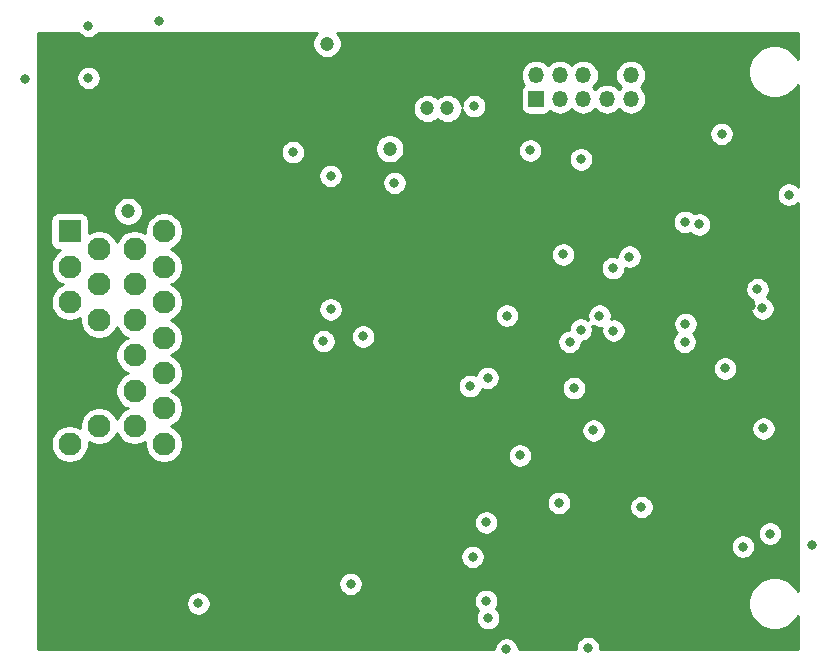
<source format=gbr>
G04 #@! TF.GenerationSoftware,KiCad,Pcbnew,(5.1.2-1)-1*
G04 #@! TF.CreationDate,2019-06-03T10:07:54+02:00*
G04 #@! TF.ProjectId,Dash,44617368-2e6b-4696-9361-645f70636258,rev?*
G04 #@! TF.SameCoordinates,Original*
G04 #@! TF.FileFunction,Copper,L2,Inr*
G04 #@! TF.FilePolarity,Positive*
%FSLAX46Y46*%
G04 Gerber Fmt 4.6, Leading zero omitted, Abs format (unit mm)*
G04 Created by KiCad (PCBNEW (5.1.2-1)-1) date 2019-06-03 10:07:54*
%MOMM*%
%LPD*%
G04 APERTURE LIST*
%ADD10O,1.350000X1.350000*%
%ADD11R,1.350000X1.350000*%
%ADD12R,1.950000X1.950000*%
%ADD13C,1.950000*%
%ADD14C,1.200000*%
%ADD15C,0.800000*%
%ADD16C,0.254000*%
G04 APERTURE END LIST*
D10*
X158800000Y-56700000D03*
X158800000Y-58700000D03*
X156800000Y-56700000D03*
X156800000Y-58700000D03*
X154800000Y-56700000D03*
X154800000Y-58700000D03*
X152800000Y-56700000D03*
X152800000Y-58700000D03*
X150800000Y-56700000D03*
D11*
X150800000Y-58700000D03*
D12*
X111300000Y-69900000D03*
D13*
X111300000Y-72900000D03*
X111300000Y-75900000D03*
X111300000Y-78900000D03*
X111300000Y-81900000D03*
X111300000Y-84900000D03*
X111300000Y-87900000D03*
X113800000Y-71400000D03*
X113800000Y-74400000D03*
X113800000Y-77400000D03*
X113800000Y-80400000D03*
X113800000Y-83400000D03*
X113800000Y-86400000D03*
X116800000Y-71400000D03*
X116800000Y-74400000D03*
X116800000Y-77400000D03*
X116800000Y-80400000D03*
X116800000Y-83400000D03*
X116800000Y-86400000D03*
X119300000Y-69900000D03*
X119300000Y-72900000D03*
X119300000Y-75900000D03*
X119300000Y-78900000D03*
X119300000Y-81900000D03*
X119300000Y-84900000D03*
X119300000Y-87900000D03*
D14*
X127600000Y-56900000D03*
X124700000Y-56900000D03*
X121600000Y-56900000D03*
D15*
X172200000Y-68900000D03*
X171400000Y-76500000D03*
X165300000Y-60300000D03*
X152900000Y-60500000D03*
X137500000Y-67000000D03*
X137900000Y-74100000D03*
X145200000Y-66100000D03*
X107500000Y-57000000D03*
X131600000Y-70600000D03*
X145100000Y-101300000D03*
X145400000Y-95800000D03*
X145200000Y-91000000D03*
X145300000Y-86000000D03*
X127700000Y-92100000D03*
X128800000Y-97700000D03*
X171800000Y-85000000D03*
X172400000Y-74900000D03*
X152080000Y-104690000D03*
X144450000Y-72600000D03*
X152000000Y-86700000D03*
X160200000Y-73730000D03*
X168980000Y-76230000D03*
X162800000Y-83650000D03*
X153400000Y-89150000D03*
X162050000Y-90750000D03*
X146698300Y-76800009D03*
X139500000Y-82500000D03*
X138250000Y-78850000D03*
D14*
X127600000Y-58750000D03*
X124700000Y-58750000D03*
X121600000Y-58750000D03*
D15*
X109200000Y-66550000D03*
X135150000Y-87750000D03*
X130350000Y-81350000D03*
X157650000Y-93850000D03*
X154700000Y-98300000D03*
D14*
X147750000Y-54100000D03*
D15*
X143750000Y-63550000D03*
X158700000Y-72050000D03*
X163450000Y-77740000D03*
X163370000Y-79260000D03*
X112900000Y-52500000D03*
X157350000Y-78310000D03*
X152740000Y-92890000D03*
X149430000Y-88880000D03*
X154010000Y-83170000D03*
X172200000Y-66800000D03*
X146700000Y-82300000D03*
X138800000Y-65800000D03*
X168300000Y-96600000D03*
X155180000Y-105190000D03*
X146580000Y-101190000D03*
X159710000Y-93240000D03*
X153640000Y-79250000D03*
X163400000Y-69100000D03*
X169961544Y-76421303D03*
X166500000Y-61650000D03*
X155650000Y-86750000D03*
X136150000Y-78800000D03*
X145200000Y-83000000D03*
X150300000Y-63050000D03*
D14*
X141600000Y-59500000D03*
X143300000Y-59500000D03*
X133100000Y-54000000D03*
D15*
X145550000Y-59300000D03*
X130200000Y-63200000D03*
X170600000Y-95500000D03*
X169530000Y-74790000D03*
X170040000Y-86590000D03*
X174200000Y-96500000D03*
X148317833Y-77042842D03*
X153100000Y-71850000D03*
X154600000Y-63800000D03*
X133400000Y-76500000D03*
X133400000Y-65200000D03*
X164610000Y-69310000D03*
X166800000Y-81500000D03*
X148280000Y-105290000D03*
X132800000Y-79200000D03*
X146575338Y-94545338D03*
X112900000Y-56900000D03*
X118900000Y-52075000D03*
D14*
X138400000Y-62900000D03*
D15*
X122200000Y-101400000D03*
D14*
X116250000Y-68200000D03*
D15*
X154580000Y-78230000D03*
X145420000Y-97460000D03*
X146730000Y-102640000D03*
X157300000Y-73020000D03*
X156160000Y-77040000D03*
X135100000Y-99750000D03*
D16*
G36*
X112096063Y-53159774D02*
G01*
X112240226Y-53303937D01*
X112409744Y-53417205D01*
X112598102Y-53495226D01*
X112798061Y-53535000D01*
X113001939Y-53535000D01*
X113201898Y-53495226D01*
X113390256Y-53417205D01*
X113559774Y-53303937D01*
X113703937Y-53159774D01*
X113725836Y-53127000D01*
X132226446Y-53127000D01*
X132140713Y-53212733D01*
X132005557Y-53415008D01*
X131912460Y-53639764D01*
X131865000Y-53878363D01*
X131865000Y-54121637D01*
X131912460Y-54360236D01*
X132005557Y-54584992D01*
X132140713Y-54787267D01*
X132312733Y-54959287D01*
X132515008Y-55094443D01*
X132739764Y-55187540D01*
X132978363Y-55235000D01*
X133221637Y-55235000D01*
X133460236Y-55187540D01*
X133684992Y-55094443D01*
X133887267Y-54959287D01*
X134059287Y-54787267D01*
X134194443Y-54584992D01*
X134287540Y-54360236D01*
X134335000Y-54121637D01*
X134335000Y-53878363D01*
X134287540Y-53639764D01*
X134194443Y-53415008D01*
X134059287Y-53212733D01*
X133973554Y-53127000D01*
X172973000Y-53127000D01*
X172973000Y-55329910D01*
X172736038Y-54975271D01*
X172424729Y-54663962D01*
X172058669Y-54419369D01*
X171651925Y-54250890D01*
X171220128Y-54165000D01*
X170779872Y-54165000D01*
X170348075Y-54250890D01*
X169941331Y-54419369D01*
X169575271Y-54663962D01*
X169263962Y-54975271D01*
X169019369Y-55341331D01*
X168850890Y-55748075D01*
X168765000Y-56179872D01*
X168765000Y-56620128D01*
X168850890Y-57051925D01*
X169019369Y-57458669D01*
X169263962Y-57824729D01*
X169575271Y-58136038D01*
X169941331Y-58380631D01*
X170348075Y-58549110D01*
X170779872Y-58635000D01*
X171220128Y-58635000D01*
X171651925Y-58549110D01*
X172058669Y-58380631D01*
X172424729Y-58136038D01*
X172736038Y-57824729D01*
X172973000Y-57470090D01*
X172973000Y-66109289D01*
X172859774Y-65996063D01*
X172690256Y-65882795D01*
X172501898Y-65804774D01*
X172301939Y-65765000D01*
X172098061Y-65765000D01*
X171898102Y-65804774D01*
X171709744Y-65882795D01*
X171540226Y-65996063D01*
X171396063Y-66140226D01*
X171282795Y-66309744D01*
X171204774Y-66498102D01*
X171165000Y-66698061D01*
X171165000Y-66901939D01*
X171204774Y-67101898D01*
X171282795Y-67290256D01*
X171396063Y-67459774D01*
X171540226Y-67603937D01*
X171709744Y-67717205D01*
X171898102Y-67795226D01*
X172098061Y-67835000D01*
X172301939Y-67835000D01*
X172501898Y-67795226D01*
X172690256Y-67717205D01*
X172859774Y-67603937D01*
X172973000Y-67490711D01*
X172973000Y-100329910D01*
X172736038Y-99975271D01*
X172424729Y-99663962D01*
X172058669Y-99419369D01*
X171651925Y-99250890D01*
X171220128Y-99165000D01*
X170779872Y-99165000D01*
X170348075Y-99250890D01*
X169941331Y-99419369D01*
X169575271Y-99663962D01*
X169263962Y-99975271D01*
X169019369Y-100341331D01*
X168850890Y-100748075D01*
X168765000Y-101179872D01*
X168765000Y-101620128D01*
X168850890Y-102051925D01*
X169019369Y-102458669D01*
X169263962Y-102824729D01*
X169575271Y-103136038D01*
X169941331Y-103380631D01*
X170348075Y-103549110D01*
X170779872Y-103635000D01*
X171220128Y-103635000D01*
X171651925Y-103549110D01*
X172058669Y-103380631D01*
X172424729Y-103136038D01*
X172736038Y-102824729D01*
X172973000Y-102470090D01*
X172973000Y-105273000D01*
X156215000Y-105273000D01*
X156215000Y-105088061D01*
X156175226Y-104888102D01*
X156097205Y-104699744D01*
X155983937Y-104530226D01*
X155839774Y-104386063D01*
X155670256Y-104272795D01*
X155481898Y-104194774D01*
X155281939Y-104155000D01*
X155078061Y-104155000D01*
X154878102Y-104194774D01*
X154689744Y-104272795D01*
X154520226Y-104386063D01*
X154376063Y-104530226D01*
X154262795Y-104699744D01*
X154184774Y-104888102D01*
X154145000Y-105088061D01*
X154145000Y-105273000D01*
X149315000Y-105273000D01*
X149315000Y-105188061D01*
X149275226Y-104988102D01*
X149197205Y-104799744D01*
X149083937Y-104630226D01*
X148939774Y-104486063D01*
X148770256Y-104372795D01*
X148581898Y-104294774D01*
X148381939Y-104255000D01*
X148178061Y-104255000D01*
X147978102Y-104294774D01*
X147789744Y-104372795D01*
X147620226Y-104486063D01*
X147476063Y-104630226D01*
X147362795Y-104799744D01*
X147284774Y-104988102D01*
X147245000Y-105188061D01*
X147245000Y-105273000D01*
X108627000Y-105273000D01*
X108627000Y-101298061D01*
X121165000Y-101298061D01*
X121165000Y-101501939D01*
X121204774Y-101701898D01*
X121282795Y-101890256D01*
X121396063Y-102059774D01*
X121540226Y-102203937D01*
X121709744Y-102317205D01*
X121898102Y-102395226D01*
X122098061Y-102435000D01*
X122301939Y-102435000D01*
X122501898Y-102395226D01*
X122690256Y-102317205D01*
X122859774Y-102203937D01*
X123003937Y-102059774D01*
X123117205Y-101890256D01*
X123195226Y-101701898D01*
X123235000Y-101501939D01*
X123235000Y-101298061D01*
X123195226Y-101098102D01*
X123191067Y-101088061D01*
X145545000Y-101088061D01*
X145545000Y-101291939D01*
X145584774Y-101491898D01*
X145662795Y-101680256D01*
X145776063Y-101849774D01*
X145918233Y-101991944D01*
X145812795Y-102149744D01*
X145734774Y-102338102D01*
X145695000Y-102538061D01*
X145695000Y-102741939D01*
X145734774Y-102941898D01*
X145812795Y-103130256D01*
X145926063Y-103299774D01*
X146070226Y-103443937D01*
X146239744Y-103557205D01*
X146428102Y-103635226D01*
X146628061Y-103675000D01*
X146831939Y-103675000D01*
X147031898Y-103635226D01*
X147220256Y-103557205D01*
X147389774Y-103443937D01*
X147533937Y-103299774D01*
X147647205Y-103130256D01*
X147725226Y-102941898D01*
X147765000Y-102741939D01*
X147765000Y-102538061D01*
X147725226Y-102338102D01*
X147647205Y-102149744D01*
X147533937Y-101980226D01*
X147391767Y-101838056D01*
X147497205Y-101680256D01*
X147575226Y-101491898D01*
X147615000Y-101291939D01*
X147615000Y-101088061D01*
X147575226Y-100888102D01*
X147497205Y-100699744D01*
X147383937Y-100530226D01*
X147239774Y-100386063D01*
X147070256Y-100272795D01*
X146881898Y-100194774D01*
X146681939Y-100155000D01*
X146478061Y-100155000D01*
X146278102Y-100194774D01*
X146089744Y-100272795D01*
X145920226Y-100386063D01*
X145776063Y-100530226D01*
X145662795Y-100699744D01*
X145584774Y-100888102D01*
X145545000Y-101088061D01*
X123191067Y-101088061D01*
X123117205Y-100909744D01*
X123003937Y-100740226D01*
X122859774Y-100596063D01*
X122690256Y-100482795D01*
X122501898Y-100404774D01*
X122301939Y-100365000D01*
X122098061Y-100365000D01*
X121898102Y-100404774D01*
X121709744Y-100482795D01*
X121540226Y-100596063D01*
X121396063Y-100740226D01*
X121282795Y-100909744D01*
X121204774Y-101098102D01*
X121165000Y-101298061D01*
X108627000Y-101298061D01*
X108627000Y-99648061D01*
X134065000Y-99648061D01*
X134065000Y-99851939D01*
X134104774Y-100051898D01*
X134182795Y-100240256D01*
X134296063Y-100409774D01*
X134440226Y-100553937D01*
X134609744Y-100667205D01*
X134798102Y-100745226D01*
X134998061Y-100785000D01*
X135201939Y-100785000D01*
X135401898Y-100745226D01*
X135590256Y-100667205D01*
X135759774Y-100553937D01*
X135903937Y-100409774D01*
X136017205Y-100240256D01*
X136095226Y-100051898D01*
X136135000Y-99851939D01*
X136135000Y-99648061D01*
X136095226Y-99448102D01*
X136017205Y-99259744D01*
X135903937Y-99090226D01*
X135759774Y-98946063D01*
X135590256Y-98832795D01*
X135401898Y-98754774D01*
X135201939Y-98715000D01*
X134998061Y-98715000D01*
X134798102Y-98754774D01*
X134609744Y-98832795D01*
X134440226Y-98946063D01*
X134296063Y-99090226D01*
X134182795Y-99259744D01*
X134104774Y-99448102D01*
X134065000Y-99648061D01*
X108627000Y-99648061D01*
X108627000Y-97358061D01*
X144385000Y-97358061D01*
X144385000Y-97561939D01*
X144424774Y-97761898D01*
X144502795Y-97950256D01*
X144616063Y-98119774D01*
X144760226Y-98263937D01*
X144929744Y-98377205D01*
X145118102Y-98455226D01*
X145318061Y-98495000D01*
X145521939Y-98495000D01*
X145721898Y-98455226D01*
X145910256Y-98377205D01*
X146079774Y-98263937D01*
X146223937Y-98119774D01*
X146337205Y-97950256D01*
X146415226Y-97761898D01*
X146455000Y-97561939D01*
X146455000Y-97358061D01*
X146415226Y-97158102D01*
X146337205Y-96969744D01*
X146223937Y-96800226D01*
X146079774Y-96656063D01*
X145910256Y-96542795D01*
X145802260Y-96498061D01*
X167265000Y-96498061D01*
X167265000Y-96701939D01*
X167304774Y-96901898D01*
X167382795Y-97090256D01*
X167496063Y-97259774D01*
X167640226Y-97403937D01*
X167809744Y-97517205D01*
X167998102Y-97595226D01*
X168198061Y-97635000D01*
X168401939Y-97635000D01*
X168601898Y-97595226D01*
X168790256Y-97517205D01*
X168959774Y-97403937D01*
X169103937Y-97259774D01*
X169217205Y-97090256D01*
X169295226Y-96901898D01*
X169335000Y-96701939D01*
X169335000Y-96498061D01*
X169295226Y-96298102D01*
X169217205Y-96109744D01*
X169103937Y-95940226D01*
X168959774Y-95796063D01*
X168790256Y-95682795D01*
X168601898Y-95604774D01*
X168401939Y-95565000D01*
X168198061Y-95565000D01*
X167998102Y-95604774D01*
X167809744Y-95682795D01*
X167640226Y-95796063D01*
X167496063Y-95940226D01*
X167382795Y-96109744D01*
X167304774Y-96298102D01*
X167265000Y-96498061D01*
X145802260Y-96498061D01*
X145721898Y-96464774D01*
X145521939Y-96425000D01*
X145318061Y-96425000D01*
X145118102Y-96464774D01*
X144929744Y-96542795D01*
X144760226Y-96656063D01*
X144616063Y-96800226D01*
X144502795Y-96969744D01*
X144424774Y-97158102D01*
X144385000Y-97358061D01*
X108627000Y-97358061D01*
X108627000Y-94443399D01*
X145540338Y-94443399D01*
X145540338Y-94647277D01*
X145580112Y-94847236D01*
X145658133Y-95035594D01*
X145771401Y-95205112D01*
X145915564Y-95349275D01*
X146085082Y-95462543D01*
X146273440Y-95540564D01*
X146473399Y-95580338D01*
X146677277Y-95580338D01*
X146877236Y-95540564D01*
X147065594Y-95462543D01*
X147162098Y-95398061D01*
X169565000Y-95398061D01*
X169565000Y-95601939D01*
X169604774Y-95801898D01*
X169682795Y-95990256D01*
X169796063Y-96159774D01*
X169940226Y-96303937D01*
X170109744Y-96417205D01*
X170298102Y-96495226D01*
X170498061Y-96535000D01*
X170701939Y-96535000D01*
X170901898Y-96495226D01*
X171090256Y-96417205D01*
X171259774Y-96303937D01*
X171403937Y-96159774D01*
X171517205Y-95990256D01*
X171595226Y-95801898D01*
X171635000Y-95601939D01*
X171635000Y-95398061D01*
X171595226Y-95198102D01*
X171517205Y-95009744D01*
X171403937Y-94840226D01*
X171259774Y-94696063D01*
X171090256Y-94582795D01*
X170901898Y-94504774D01*
X170701939Y-94465000D01*
X170498061Y-94465000D01*
X170298102Y-94504774D01*
X170109744Y-94582795D01*
X169940226Y-94696063D01*
X169796063Y-94840226D01*
X169682795Y-95009744D01*
X169604774Y-95198102D01*
X169565000Y-95398061D01*
X147162098Y-95398061D01*
X147235112Y-95349275D01*
X147379275Y-95205112D01*
X147492543Y-95035594D01*
X147570564Y-94847236D01*
X147610338Y-94647277D01*
X147610338Y-94443399D01*
X147570564Y-94243440D01*
X147492543Y-94055082D01*
X147379275Y-93885564D01*
X147235112Y-93741401D01*
X147065594Y-93628133D01*
X146877236Y-93550112D01*
X146677277Y-93510338D01*
X146473399Y-93510338D01*
X146273440Y-93550112D01*
X146085082Y-93628133D01*
X145915564Y-93741401D01*
X145771401Y-93885564D01*
X145658133Y-94055082D01*
X145580112Y-94243440D01*
X145540338Y-94443399D01*
X108627000Y-94443399D01*
X108627000Y-92788061D01*
X151705000Y-92788061D01*
X151705000Y-92991939D01*
X151744774Y-93191898D01*
X151822795Y-93380256D01*
X151936063Y-93549774D01*
X152080226Y-93693937D01*
X152249744Y-93807205D01*
X152438102Y-93885226D01*
X152638061Y-93925000D01*
X152841939Y-93925000D01*
X153041898Y-93885226D01*
X153230256Y-93807205D01*
X153399774Y-93693937D01*
X153543937Y-93549774D01*
X153657205Y-93380256D01*
X153735226Y-93191898D01*
X153745934Y-93138061D01*
X158675000Y-93138061D01*
X158675000Y-93341939D01*
X158714774Y-93541898D01*
X158792795Y-93730256D01*
X158906063Y-93899774D01*
X159050226Y-94043937D01*
X159219744Y-94157205D01*
X159408102Y-94235226D01*
X159608061Y-94275000D01*
X159811939Y-94275000D01*
X160011898Y-94235226D01*
X160200256Y-94157205D01*
X160369774Y-94043937D01*
X160513937Y-93899774D01*
X160627205Y-93730256D01*
X160705226Y-93541898D01*
X160745000Y-93341939D01*
X160745000Y-93138061D01*
X160705226Y-92938102D01*
X160627205Y-92749744D01*
X160513937Y-92580226D01*
X160369774Y-92436063D01*
X160200256Y-92322795D01*
X160011898Y-92244774D01*
X159811939Y-92205000D01*
X159608061Y-92205000D01*
X159408102Y-92244774D01*
X159219744Y-92322795D01*
X159050226Y-92436063D01*
X158906063Y-92580226D01*
X158792795Y-92749744D01*
X158714774Y-92938102D01*
X158675000Y-93138061D01*
X153745934Y-93138061D01*
X153775000Y-92991939D01*
X153775000Y-92788061D01*
X153735226Y-92588102D01*
X153657205Y-92399744D01*
X153543937Y-92230226D01*
X153399774Y-92086063D01*
X153230256Y-91972795D01*
X153041898Y-91894774D01*
X152841939Y-91855000D01*
X152638061Y-91855000D01*
X152438102Y-91894774D01*
X152249744Y-91972795D01*
X152080226Y-92086063D01*
X151936063Y-92230226D01*
X151822795Y-92399744D01*
X151744774Y-92588102D01*
X151705000Y-92788061D01*
X108627000Y-92788061D01*
X108627000Y-68925000D01*
X109686928Y-68925000D01*
X109686928Y-70875000D01*
X109699188Y-70999482D01*
X109735498Y-71119180D01*
X109794463Y-71229494D01*
X109873815Y-71326185D01*
X109970506Y-71405537D01*
X110080820Y-71464502D01*
X110200518Y-71500812D01*
X110325000Y-71513072D01*
X110477761Y-71513072D01*
X110273685Y-71649431D01*
X110049431Y-71873685D01*
X109873237Y-72137379D01*
X109751871Y-72430380D01*
X109690000Y-72741429D01*
X109690000Y-73058571D01*
X109751871Y-73369620D01*
X109873237Y-73662621D01*
X110049431Y-73926315D01*
X110273685Y-74150569D01*
X110537379Y-74326763D01*
X110714187Y-74400000D01*
X110537379Y-74473237D01*
X110273685Y-74649431D01*
X110049431Y-74873685D01*
X109873237Y-75137379D01*
X109751871Y-75430380D01*
X109690000Y-75741429D01*
X109690000Y-76058571D01*
X109751871Y-76369620D01*
X109873237Y-76662621D01*
X110049431Y-76926315D01*
X110273685Y-77150569D01*
X110537379Y-77326763D01*
X110830380Y-77448129D01*
X111141429Y-77510000D01*
X111458571Y-77510000D01*
X111769620Y-77448129D01*
X112062621Y-77326763D01*
X112190000Y-77241651D01*
X112190000Y-77558571D01*
X112251871Y-77869620D01*
X112373237Y-78162621D01*
X112549431Y-78426315D01*
X112773685Y-78650569D01*
X113037379Y-78826763D01*
X113330380Y-78948129D01*
X113641429Y-79010000D01*
X113958571Y-79010000D01*
X114269620Y-78948129D01*
X114562621Y-78826763D01*
X114826315Y-78650569D01*
X115050569Y-78426315D01*
X115226763Y-78162621D01*
X115300000Y-77985813D01*
X115373237Y-78162621D01*
X115549431Y-78426315D01*
X115773685Y-78650569D01*
X116037379Y-78826763D01*
X116214187Y-78900000D01*
X116037379Y-78973237D01*
X115773685Y-79149431D01*
X115549431Y-79373685D01*
X115373237Y-79637379D01*
X115251871Y-79930380D01*
X115190000Y-80241429D01*
X115190000Y-80558571D01*
X115251871Y-80869620D01*
X115373237Y-81162621D01*
X115549431Y-81426315D01*
X115773685Y-81650569D01*
X116037379Y-81826763D01*
X116214187Y-81900000D01*
X116037379Y-81973237D01*
X115773685Y-82149431D01*
X115549431Y-82373685D01*
X115373237Y-82637379D01*
X115251871Y-82930380D01*
X115190000Y-83241429D01*
X115190000Y-83558571D01*
X115251871Y-83869620D01*
X115373237Y-84162621D01*
X115549431Y-84426315D01*
X115773685Y-84650569D01*
X116037379Y-84826763D01*
X116214187Y-84900000D01*
X116037379Y-84973237D01*
X115773685Y-85149431D01*
X115549431Y-85373685D01*
X115373237Y-85637379D01*
X115300000Y-85814187D01*
X115226763Y-85637379D01*
X115050569Y-85373685D01*
X114826315Y-85149431D01*
X114562621Y-84973237D01*
X114269620Y-84851871D01*
X113958571Y-84790000D01*
X113641429Y-84790000D01*
X113330380Y-84851871D01*
X113037379Y-84973237D01*
X112773685Y-85149431D01*
X112549431Y-85373685D01*
X112373237Y-85637379D01*
X112251871Y-85930380D01*
X112190000Y-86241429D01*
X112190000Y-86558349D01*
X112062621Y-86473237D01*
X111769620Y-86351871D01*
X111458571Y-86290000D01*
X111141429Y-86290000D01*
X110830380Y-86351871D01*
X110537379Y-86473237D01*
X110273685Y-86649431D01*
X110049431Y-86873685D01*
X109873237Y-87137379D01*
X109751871Y-87430380D01*
X109690000Y-87741429D01*
X109690000Y-88058571D01*
X109751871Y-88369620D01*
X109873237Y-88662621D01*
X110049431Y-88926315D01*
X110273685Y-89150569D01*
X110537379Y-89326763D01*
X110830380Y-89448129D01*
X111141429Y-89510000D01*
X111458571Y-89510000D01*
X111769620Y-89448129D01*
X112062621Y-89326763D01*
X112326315Y-89150569D01*
X112550569Y-88926315D01*
X112726763Y-88662621D01*
X112848129Y-88369620D01*
X112910000Y-88058571D01*
X112910000Y-87741651D01*
X113037379Y-87826763D01*
X113330380Y-87948129D01*
X113641429Y-88010000D01*
X113958571Y-88010000D01*
X114269620Y-87948129D01*
X114562621Y-87826763D01*
X114826315Y-87650569D01*
X115050569Y-87426315D01*
X115226763Y-87162621D01*
X115300000Y-86985813D01*
X115373237Y-87162621D01*
X115549431Y-87426315D01*
X115773685Y-87650569D01*
X116037379Y-87826763D01*
X116330380Y-87948129D01*
X116641429Y-88010000D01*
X116958571Y-88010000D01*
X117269620Y-87948129D01*
X117562621Y-87826763D01*
X117690000Y-87741651D01*
X117690000Y-88058571D01*
X117751871Y-88369620D01*
X117873237Y-88662621D01*
X118049431Y-88926315D01*
X118273685Y-89150569D01*
X118537379Y-89326763D01*
X118830380Y-89448129D01*
X119141429Y-89510000D01*
X119458571Y-89510000D01*
X119769620Y-89448129D01*
X120062621Y-89326763D01*
X120326315Y-89150569D01*
X120550569Y-88926315D01*
X120649628Y-88778061D01*
X148395000Y-88778061D01*
X148395000Y-88981939D01*
X148434774Y-89181898D01*
X148512795Y-89370256D01*
X148626063Y-89539774D01*
X148770226Y-89683937D01*
X148939744Y-89797205D01*
X149128102Y-89875226D01*
X149328061Y-89915000D01*
X149531939Y-89915000D01*
X149731898Y-89875226D01*
X149920256Y-89797205D01*
X150089774Y-89683937D01*
X150233937Y-89539774D01*
X150347205Y-89370256D01*
X150425226Y-89181898D01*
X150465000Y-88981939D01*
X150465000Y-88778061D01*
X150425226Y-88578102D01*
X150347205Y-88389744D01*
X150233937Y-88220226D01*
X150089774Y-88076063D01*
X149920256Y-87962795D01*
X149731898Y-87884774D01*
X149531939Y-87845000D01*
X149328061Y-87845000D01*
X149128102Y-87884774D01*
X148939744Y-87962795D01*
X148770226Y-88076063D01*
X148626063Y-88220226D01*
X148512795Y-88389744D01*
X148434774Y-88578102D01*
X148395000Y-88778061D01*
X120649628Y-88778061D01*
X120726763Y-88662621D01*
X120848129Y-88369620D01*
X120910000Y-88058571D01*
X120910000Y-87741429D01*
X120848129Y-87430380D01*
X120726763Y-87137379D01*
X120550569Y-86873685D01*
X120326315Y-86649431D01*
X120324265Y-86648061D01*
X154615000Y-86648061D01*
X154615000Y-86851939D01*
X154654774Y-87051898D01*
X154732795Y-87240256D01*
X154846063Y-87409774D01*
X154990226Y-87553937D01*
X155159744Y-87667205D01*
X155348102Y-87745226D01*
X155548061Y-87785000D01*
X155751939Y-87785000D01*
X155951898Y-87745226D01*
X156140256Y-87667205D01*
X156309774Y-87553937D01*
X156453937Y-87409774D01*
X156567205Y-87240256D01*
X156645226Y-87051898D01*
X156685000Y-86851939D01*
X156685000Y-86648061D01*
X156653175Y-86488061D01*
X169005000Y-86488061D01*
X169005000Y-86691939D01*
X169044774Y-86891898D01*
X169122795Y-87080256D01*
X169236063Y-87249774D01*
X169380226Y-87393937D01*
X169549744Y-87507205D01*
X169738102Y-87585226D01*
X169938061Y-87625000D01*
X170141939Y-87625000D01*
X170341898Y-87585226D01*
X170530256Y-87507205D01*
X170699774Y-87393937D01*
X170843937Y-87249774D01*
X170957205Y-87080256D01*
X171035226Y-86891898D01*
X171075000Y-86691939D01*
X171075000Y-86488061D01*
X171035226Y-86288102D01*
X170957205Y-86099744D01*
X170843937Y-85930226D01*
X170699774Y-85786063D01*
X170530256Y-85672795D01*
X170341898Y-85594774D01*
X170141939Y-85555000D01*
X169938061Y-85555000D01*
X169738102Y-85594774D01*
X169549744Y-85672795D01*
X169380226Y-85786063D01*
X169236063Y-85930226D01*
X169122795Y-86099744D01*
X169044774Y-86288102D01*
X169005000Y-86488061D01*
X156653175Y-86488061D01*
X156645226Y-86448102D01*
X156567205Y-86259744D01*
X156453937Y-86090226D01*
X156309774Y-85946063D01*
X156140256Y-85832795D01*
X155951898Y-85754774D01*
X155751939Y-85715000D01*
X155548061Y-85715000D01*
X155348102Y-85754774D01*
X155159744Y-85832795D01*
X154990226Y-85946063D01*
X154846063Y-86090226D01*
X154732795Y-86259744D01*
X154654774Y-86448102D01*
X154615000Y-86648061D01*
X120324265Y-86648061D01*
X120062621Y-86473237D01*
X119885813Y-86400000D01*
X120062621Y-86326763D01*
X120326315Y-86150569D01*
X120550569Y-85926315D01*
X120726763Y-85662621D01*
X120848129Y-85369620D01*
X120910000Y-85058571D01*
X120910000Y-84741429D01*
X120848129Y-84430380D01*
X120726763Y-84137379D01*
X120550569Y-83873685D01*
X120326315Y-83649431D01*
X120062621Y-83473237D01*
X119885813Y-83400000D01*
X120062621Y-83326763D01*
X120326315Y-83150569D01*
X120550569Y-82926315D01*
X120569447Y-82898061D01*
X144165000Y-82898061D01*
X144165000Y-83101939D01*
X144204774Y-83301898D01*
X144282795Y-83490256D01*
X144396063Y-83659774D01*
X144540226Y-83803937D01*
X144709744Y-83917205D01*
X144898102Y-83995226D01*
X145098061Y-84035000D01*
X145301939Y-84035000D01*
X145501898Y-83995226D01*
X145690256Y-83917205D01*
X145859774Y-83803937D01*
X146003937Y-83659774D01*
X146117205Y-83490256D01*
X146195226Y-83301898D01*
X146211895Y-83218096D01*
X146398102Y-83295226D01*
X146598061Y-83335000D01*
X146801939Y-83335000D01*
X147001898Y-83295226D01*
X147190256Y-83217205D01*
X147359774Y-83103937D01*
X147395650Y-83068061D01*
X152975000Y-83068061D01*
X152975000Y-83271939D01*
X153014774Y-83471898D01*
X153092795Y-83660256D01*
X153206063Y-83829774D01*
X153350226Y-83973937D01*
X153519744Y-84087205D01*
X153708102Y-84165226D01*
X153908061Y-84205000D01*
X154111939Y-84205000D01*
X154311898Y-84165226D01*
X154500256Y-84087205D01*
X154669774Y-83973937D01*
X154813937Y-83829774D01*
X154927205Y-83660256D01*
X155005226Y-83471898D01*
X155045000Y-83271939D01*
X155045000Y-83068061D01*
X155005226Y-82868102D01*
X154927205Y-82679744D01*
X154813937Y-82510226D01*
X154669774Y-82366063D01*
X154500256Y-82252795D01*
X154311898Y-82174774D01*
X154111939Y-82135000D01*
X153908061Y-82135000D01*
X153708102Y-82174774D01*
X153519744Y-82252795D01*
X153350226Y-82366063D01*
X153206063Y-82510226D01*
X153092795Y-82679744D01*
X153014774Y-82868102D01*
X152975000Y-83068061D01*
X147395650Y-83068061D01*
X147503937Y-82959774D01*
X147617205Y-82790256D01*
X147695226Y-82601898D01*
X147735000Y-82401939D01*
X147735000Y-82198061D01*
X147695226Y-81998102D01*
X147617205Y-81809744D01*
X147503937Y-81640226D01*
X147359774Y-81496063D01*
X147213104Y-81398061D01*
X165765000Y-81398061D01*
X165765000Y-81601939D01*
X165804774Y-81801898D01*
X165882795Y-81990256D01*
X165996063Y-82159774D01*
X166140226Y-82303937D01*
X166309744Y-82417205D01*
X166498102Y-82495226D01*
X166698061Y-82535000D01*
X166901939Y-82535000D01*
X167101898Y-82495226D01*
X167290256Y-82417205D01*
X167459774Y-82303937D01*
X167603937Y-82159774D01*
X167717205Y-81990256D01*
X167795226Y-81801898D01*
X167835000Y-81601939D01*
X167835000Y-81398061D01*
X167795226Y-81198102D01*
X167717205Y-81009744D01*
X167603937Y-80840226D01*
X167459774Y-80696063D01*
X167290256Y-80582795D01*
X167101898Y-80504774D01*
X166901939Y-80465000D01*
X166698061Y-80465000D01*
X166498102Y-80504774D01*
X166309744Y-80582795D01*
X166140226Y-80696063D01*
X165996063Y-80840226D01*
X165882795Y-81009744D01*
X165804774Y-81198102D01*
X165765000Y-81398061D01*
X147213104Y-81398061D01*
X147190256Y-81382795D01*
X147001898Y-81304774D01*
X146801939Y-81265000D01*
X146598061Y-81265000D01*
X146398102Y-81304774D01*
X146209744Y-81382795D01*
X146040226Y-81496063D01*
X145896063Y-81640226D01*
X145782795Y-81809744D01*
X145704774Y-81998102D01*
X145688105Y-82081904D01*
X145501898Y-82004774D01*
X145301939Y-81965000D01*
X145098061Y-81965000D01*
X144898102Y-82004774D01*
X144709744Y-82082795D01*
X144540226Y-82196063D01*
X144396063Y-82340226D01*
X144282795Y-82509744D01*
X144204774Y-82698102D01*
X144165000Y-82898061D01*
X120569447Y-82898061D01*
X120726763Y-82662621D01*
X120848129Y-82369620D01*
X120910000Y-82058571D01*
X120910000Y-81741429D01*
X120848129Y-81430380D01*
X120726763Y-81137379D01*
X120550569Y-80873685D01*
X120326315Y-80649431D01*
X120062621Y-80473237D01*
X119885813Y-80400000D01*
X120062621Y-80326763D01*
X120326315Y-80150569D01*
X120550569Y-79926315D01*
X120726763Y-79662621D01*
X120848129Y-79369620D01*
X120902145Y-79098061D01*
X131765000Y-79098061D01*
X131765000Y-79301939D01*
X131804774Y-79501898D01*
X131882795Y-79690256D01*
X131996063Y-79859774D01*
X132140226Y-80003937D01*
X132309744Y-80117205D01*
X132498102Y-80195226D01*
X132698061Y-80235000D01*
X132901939Y-80235000D01*
X133101898Y-80195226D01*
X133290256Y-80117205D01*
X133459774Y-80003937D01*
X133603937Y-79859774D01*
X133717205Y-79690256D01*
X133795226Y-79501898D01*
X133835000Y-79301939D01*
X133835000Y-79098061D01*
X133795226Y-78898102D01*
X133717205Y-78709744D01*
X133709399Y-78698061D01*
X135115000Y-78698061D01*
X135115000Y-78901939D01*
X135154774Y-79101898D01*
X135232795Y-79290256D01*
X135346063Y-79459774D01*
X135490226Y-79603937D01*
X135659744Y-79717205D01*
X135848102Y-79795226D01*
X136048061Y-79835000D01*
X136251939Y-79835000D01*
X136451898Y-79795226D01*
X136640256Y-79717205D01*
X136809774Y-79603937D01*
X136953937Y-79459774D01*
X137067205Y-79290256D01*
X137126104Y-79148061D01*
X152605000Y-79148061D01*
X152605000Y-79351939D01*
X152644774Y-79551898D01*
X152722795Y-79740256D01*
X152836063Y-79909774D01*
X152980226Y-80053937D01*
X153149744Y-80167205D01*
X153338102Y-80245226D01*
X153538061Y-80285000D01*
X153741939Y-80285000D01*
X153941898Y-80245226D01*
X154130256Y-80167205D01*
X154299774Y-80053937D01*
X154443937Y-79909774D01*
X154557205Y-79740256D01*
X154635226Y-79551898D01*
X154675000Y-79351939D01*
X154675000Y-79265000D01*
X154681939Y-79265000D01*
X154881898Y-79225226D01*
X155070256Y-79147205D01*
X155239774Y-79033937D01*
X155383937Y-78889774D01*
X155497205Y-78720256D01*
X155575226Y-78531898D01*
X155615000Y-78331939D01*
X155615000Y-78128061D01*
X155575226Y-77928102D01*
X155555724Y-77881019D01*
X155669744Y-77957205D01*
X155858102Y-78035226D01*
X156058061Y-78075000D01*
X156261939Y-78075000D01*
X156344743Y-78058529D01*
X156315000Y-78208061D01*
X156315000Y-78411939D01*
X156354774Y-78611898D01*
X156432795Y-78800256D01*
X156546063Y-78969774D01*
X156690226Y-79113937D01*
X156859744Y-79227205D01*
X157048102Y-79305226D01*
X157248061Y-79345000D01*
X157451939Y-79345000D01*
X157651898Y-79305226D01*
X157840256Y-79227205D01*
X157943737Y-79158061D01*
X162335000Y-79158061D01*
X162335000Y-79361939D01*
X162374774Y-79561898D01*
X162452795Y-79750256D01*
X162566063Y-79919774D01*
X162710226Y-80063937D01*
X162879744Y-80177205D01*
X163068102Y-80255226D01*
X163268061Y-80295000D01*
X163471939Y-80295000D01*
X163671898Y-80255226D01*
X163860256Y-80177205D01*
X164029774Y-80063937D01*
X164173937Y-79919774D01*
X164287205Y-79750256D01*
X164365226Y-79561898D01*
X164405000Y-79361939D01*
X164405000Y-79158061D01*
X164365226Y-78958102D01*
X164287205Y-78769744D01*
X164173937Y-78600226D01*
X164113711Y-78540000D01*
X164253937Y-78399774D01*
X164367205Y-78230256D01*
X164445226Y-78041898D01*
X164485000Y-77841939D01*
X164485000Y-77638061D01*
X164445226Y-77438102D01*
X164367205Y-77249744D01*
X164253937Y-77080226D01*
X164109774Y-76936063D01*
X163940256Y-76822795D01*
X163751898Y-76744774D01*
X163551939Y-76705000D01*
X163348061Y-76705000D01*
X163148102Y-76744774D01*
X162959744Y-76822795D01*
X162790226Y-76936063D01*
X162646063Y-77080226D01*
X162532795Y-77249744D01*
X162454774Y-77438102D01*
X162415000Y-77638061D01*
X162415000Y-77841939D01*
X162454774Y-78041898D01*
X162532795Y-78230256D01*
X162646063Y-78399774D01*
X162706289Y-78460000D01*
X162566063Y-78600226D01*
X162452795Y-78769744D01*
X162374774Y-78958102D01*
X162335000Y-79158061D01*
X157943737Y-79158061D01*
X158009774Y-79113937D01*
X158153937Y-78969774D01*
X158267205Y-78800256D01*
X158345226Y-78611898D01*
X158385000Y-78411939D01*
X158385000Y-78208061D01*
X158345226Y-78008102D01*
X158267205Y-77819744D01*
X158153937Y-77650226D01*
X158009774Y-77506063D01*
X157840256Y-77392795D01*
X157651898Y-77314774D01*
X157451939Y-77275000D01*
X157248061Y-77275000D01*
X157165257Y-77291471D01*
X157195000Y-77141939D01*
X157195000Y-76938061D01*
X157155226Y-76738102D01*
X157077205Y-76549744D01*
X156963937Y-76380226D01*
X156819774Y-76236063D01*
X156650256Y-76122795D01*
X156461898Y-76044774D01*
X156261939Y-76005000D01*
X156058061Y-76005000D01*
X155858102Y-76044774D01*
X155669744Y-76122795D01*
X155500226Y-76236063D01*
X155356063Y-76380226D01*
X155242795Y-76549744D01*
X155164774Y-76738102D01*
X155125000Y-76938061D01*
X155125000Y-77141939D01*
X155164774Y-77341898D01*
X155184276Y-77388981D01*
X155070256Y-77312795D01*
X154881898Y-77234774D01*
X154681939Y-77195000D01*
X154478061Y-77195000D01*
X154278102Y-77234774D01*
X154089744Y-77312795D01*
X153920226Y-77426063D01*
X153776063Y-77570226D01*
X153662795Y-77739744D01*
X153584774Y-77928102D01*
X153545000Y-78128061D01*
X153545000Y-78215000D01*
X153538061Y-78215000D01*
X153338102Y-78254774D01*
X153149744Y-78332795D01*
X152980226Y-78446063D01*
X152836063Y-78590226D01*
X152722795Y-78759744D01*
X152644774Y-78948102D01*
X152605000Y-79148061D01*
X137126104Y-79148061D01*
X137145226Y-79101898D01*
X137185000Y-78901939D01*
X137185000Y-78698061D01*
X137145226Y-78498102D01*
X137067205Y-78309744D01*
X136953937Y-78140226D01*
X136809774Y-77996063D01*
X136640256Y-77882795D01*
X136451898Y-77804774D01*
X136251939Y-77765000D01*
X136048061Y-77765000D01*
X135848102Y-77804774D01*
X135659744Y-77882795D01*
X135490226Y-77996063D01*
X135346063Y-78140226D01*
X135232795Y-78309744D01*
X135154774Y-78498102D01*
X135115000Y-78698061D01*
X133709399Y-78698061D01*
X133603937Y-78540226D01*
X133459774Y-78396063D01*
X133290256Y-78282795D01*
X133101898Y-78204774D01*
X132901939Y-78165000D01*
X132698061Y-78165000D01*
X132498102Y-78204774D01*
X132309744Y-78282795D01*
X132140226Y-78396063D01*
X131996063Y-78540226D01*
X131882795Y-78709744D01*
X131804774Y-78898102D01*
X131765000Y-79098061D01*
X120902145Y-79098061D01*
X120910000Y-79058571D01*
X120910000Y-78741429D01*
X120848129Y-78430380D01*
X120726763Y-78137379D01*
X120550569Y-77873685D01*
X120326315Y-77649431D01*
X120062621Y-77473237D01*
X119885813Y-77400000D01*
X120062621Y-77326763D01*
X120326315Y-77150569D01*
X120550569Y-76926315D01*
X120726763Y-76662621D01*
X120836348Y-76398061D01*
X132365000Y-76398061D01*
X132365000Y-76601939D01*
X132404774Y-76801898D01*
X132482795Y-76990256D01*
X132596063Y-77159774D01*
X132740226Y-77303937D01*
X132909744Y-77417205D01*
X133098102Y-77495226D01*
X133298061Y-77535000D01*
X133501939Y-77535000D01*
X133701898Y-77495226D01*
X133890256Y-77417205D01*
X134059774Y-77303937D01*
X134203937Y-77159774D01*
X134317205Y-76990256D01*
X134337647Y-76940903D01*
X147282833Y-76940903D01*
X147282833Y-77144781D01*
X147322607Y-77344740D01*
X147400628Y-77533098D01*
X147513896Y-77702616D01*
X147658059Y-77846779D01*
X147827577Y-77960047D01*
X148015935Y-78038068D01*
X148215894Y-78077842D01*
X148419772Y-78077842D01*
X148619731Y-78038068D01*
X148808089Y-77960047D01*
X148977607Y-77846779D01*
X149121770Y-77702616D01*
X149235038Y-77533098D01*
X149313059Y-77344740D01*
X149352833Y-77144781D01*
X149352833Y-76940903D01*
X149313059Y-76740944D01*
X149235038Y-76552586D01*
X149121770Y-76383068D01*
X148977607Y-76238905D01*
X148808089Y-76125637D01*
X148619731Y-76047616D01*
X148419772Y-76007842D01*
X148215894Y-76007842D01*
X148015935Y-76047616D01*
X147827577Y-76125637D01*
X147658059Y-76238905D01*
X147513896Y-76383068D01*
X147400628Y-76552586D01*
X147322607Y-76740944D01*
X147282833Y-76940903D01*
X134337647Y-76940903D01*
X134395226Y-76801898D01*
X134435000Y-76601939D01*
X134435000Y-76398061D01*
X134395226Y-76198102D01*
X134317205Y-76009744D01*
X134203937Y-75840226D01*
X134059774Y-75696063D01*
X133890256Y-75582795D01*
X133701898Y-75504774D01*
X133501939Y-75465000D01*
X133298061Y-75465000D01*
X133098102Y-75504774D01*
X132909744Y-75582795D01*
X132740226Y-75696063D01*
X132596063Y-75840226D01*
X132482795Y-76009744D01*
X132404774Y-76198102D01*
X132365000Y-76398061D01*
X120836348Y-76398061D01*
X120848129Y-76369620D01*
X120910000Y-76058571D01*
X120910000Y-75741429D01*
X120848129Y-75430380D01*
X120726763Y-75137379D01*
X120550569Y-74873685D01*
X120364945Y-74688061D01*
X168495000Y-74688061D01*
X168495000Y-74891939D01*
X168534774Y-75091898D01*
X168612795Y-75280256D01*
X168726063Y-75449774D01*
X168870226Y-75593937D01*
X169039744Y-75707205D01*
X169161498Y-75757638D01*
X169157607Y-75761529D01*
X169044339Y-75931047D01*
X168966318Y-76119405D01*
X168926544Y-76319364D01*
X168926544Y-76523242D01*
X168966318Y-76723201D01*
X169044339Y-76911559D01*
X169157607Y-77081077D01*
X169301770Y-77225240D01*
X169471288Y-77338508D01*
X169659646Y-77416529D01*
X169859605Y-77456303D01*
X170063483Y-77456303D01*
X170263442Y-77416529D01*
X170451800Y-77338508D01*
X170621318Y-77225240D01*
X170765481Y-77081077D01*
X170878749Y-76911559D01*
X170956770Y-76723201D01*
X170996544Y-76523242D01*
X170996544Y-76319364D01*
X170956770Y-76119405D01*
X170878749Y-75931047D01*
X170765481Y-75761529D01*
X170621318Y-75617366D01*
X170451800Y-75504098D01*
X170330046Y-75453665D01*
X170333937Y-75449774D01*
X170447205Y-75280256D01*
X170525226Y-75091898D01*
X170565000Y-74891939D01*
X170565000Y-74688061D01*
X170525226Y-74488102D01*
X170447205Y-74299744D01*
X170333937Y-74130226D01*
X170189774Y-73986063D01*
X170020256Y-73872795D01*
X169831898Y-73794774D01*
X169631939Y-73755000D01*
X169428061Y-73755000D01*
X169228102Y-73794774D01*
X169039744Y-73872795D01*
X168870226Y-73986063D01*
X168726063Y-74130226D01*
X168612795Y-74299744D01*
X168534774Y-74488102D01*
X168495000Y-74688061D01*
X120364945Y-74688061D01*
X120326315Y-74649431D01*
X120062621Y-74473237D01*
X119885813Y-74400000D01*
X120062621Y-74326763D01*
X120326315Y-74150569D01*
X120550569Y-73926315D01*
X120726763Y-73662621D01*
X120848129Y-73369620D01*
X120910000Y-73058571D01*
X120910000Y-72918061D01*
X156265000Y-72918061D01*
X156265000Y-73121939D01*
X156304774Y-73321898D01*
X156382795Y-73510256D01*
X156496063Y-73679774D01*
X156640226Y-73823937D01*
X156809744Y-73937205D01*
X156998102Y-74015226D01*
X157198061Y-74055000D01*
X157401939Y-74055000D01*
X157601898Y-74015226D01*
X157790256Y-73937205D01*
X157959774Y-73823937D01*
X158103937Y-73679774D01*
X158217205Y-73510256D01*
X158295226Y-73321898D01*
X158335000Y-73121939D01*
X158335000Y-73019088D01*
X158398102Y-73045226D01*
X158598061Y-73085000D01*
X158801939Y-73085000D01*
X159001898Y-73045226D01*
X159190256Y-72967205D01*
X159359774Y-72853937D01*
X159503937Y-72709774D01*
X159617205Y-72540256D01*
X159695226Y-72351898D01*
X159735000Y-72151939D01*
X159735000Y-71948061D01*
X159695226Y-71748102D01*
X159617205Y-71559744D01*
X159503937Y-71390226D01*
X159359774Y-71246063D01*
X159190256Y-71132795D01*
X159001898Y-71054774D01*
X158801939Y-71015000D01*
X158598061Y-71015000D01*
X158398102Y-71054774D01*
X158209744Y-71132795D01*
X158040226Y-71246063D01*
X157896063Y-71390226D01*
X157782795Y-71559744D01*
X157704774Y-71748102D01*
X157665000Y-71948061D01*
X157665000Y-72050912D01*
X157601898Y-72024774D01*
X157401939Y-71985000D01*
X157198061Y-71985000D01*
X156998102Y-72024774D01*
X156809744Y-72102795D01*
X156640226Y-72216063D01*
X156496063Y-72360226D01*
X156382795Y-72529744D01*
X156304774Y-72718102D01*
X156265000Y-72918061D01*
X120910000Y-72918061D01*
X120910000Y-72741429D01*
X120848129Y-72430380D01*
X120726763Y-72137379D01*
X120550569Y-71873685D01*
X120424945Y-71748061D01*
X152065000Y-71748061D01*
X152065000Y-71951939D01*
X152104774Y-72151898D01*
X152182795Y-72340256D01*
X152296063Y-72509774D01*
X152440226Y-72653937D01*
X152609744Y-72767205D01*
X152798102Y-72845226D01*
X152998061Y-72885000D01*
X153201939Y-72885000D01*
X153401898Y-72845226D01*
X153590256Y-72767205D01*
X153759774Y-72653937D01*
X153903937Y-72509774D01*
X154017205Y-72340256D01*
X154095226Y-72151898D01*
X154135000Y-71951939D01*
X154135000Y-71748061D01*
X154095226Y-71548102D01*
X154017205Y-71359744D01*
X153903937Y-71190226D01*
X153759774Y-71046063D01*
X153590256Y-70932795D01*
X153401898Y-70854774D01*
X153201939Y-70815000D01*
X152998061Y-70815000D01*
X152798102Y-70854774D01*
X152609744Y-70932795D01*
X152440226Y-71046063D01*
X152296063Y-71190226D01*
X152182795Y-71359744D01*
X152104774Y-71548102D01*
X152065000Y-71748061D01*
X120424945Y-71748061D01*
X120326315Y-71649431D01*
X120062621Y-71473237D01*
X119885813Y-71400000D01*
X120062621Y-71326763D01*
X120326315Y-71150569D01*
X120550569Y-70926315D01*
X120726763Y-70662621D01*
X120848129Y-70369620D01*
X120910000Y-70058571D01*
X120910000Y-69741429D01*
X120848129Y-69430380D01*
X120726763Y-69137379D01*
X120633675Y-68998061D01*
X162365000Y-68998061D01*
X162365000Y-69201939D01*
X162404774Y-69401898D01*
X162482795Y-69590256D01*
X162596063Y-69759774D01*
X162740226Y-69903937D01*
X162909744Y-70017205D01*
X163098102Y-70095226D01*
X163298061Y-70135000D01*
X163501939Y-70135000D01*
X163701898Y-70095226D01*
X163864261Y-70027972D01*
X163950226Y-70113937D01*
X164119744Y-70227205D01*
X164308102Y-70305226D01*
X164508061Y-70345000D01*
X164711939Y-70345000D01*
X164911898Y-70305226D01*
X165100256Y-70227205D01*
X165269774Y-70113937D01*
X165413937Y-69969774D01*
X165527205Y-69800256D01*
X165605226Y-69611898D01*
X165645000Y-69411939D01*
X165645000Y-69208061D01*
X165605226Y-69008102D01*
X165527205Y-68819744D01*
X165413937Y-68650226D01*
X165269774Y-68506063D01*
X165100256Y-68392795D01*
X164911898Y-68314774D01*
X164711939Y-68275000D01*
X164508061Y-68275000D01*
X164308102Y-68314774D01*
X164145739Y-68382028D01*
X164059774Y-68296063D01*
X163890256Y-68182795D01*
X163701898Y-68104774D01*
X163501939Y-68065000D01*
X163298061Y-68065000D01*
X163098102Y-68104774D01*
X162909744Y-68182795D01*
X162740226Y-68296063D01*
X162596063Y-68440226D01*
X162482795Y-68609744D01*
X162404774Y-68798102D01*
X162365000Y-68998061D01*
X120633675Y-68998061D01*
X120550569Y-68873685D01*
X120326315Y-68649431D01*
X120062621Y-68473237D01*
X119769620Y-68351871D01*
X119458571Y-68290000D01*
X119141429Y-68290000D01*
X118830380Y-68351871D01*
X118537379Y-68473237D01*
X118273685Y-68649431D01*
X118049431Y-68873685D01*
X117873237Y-69137379D01*
X117751871Y-69430380D01*
X117690000Y-69741429D01*
X117690000Y-70058349D01*
X117562621Y-69973237D01*
X117269620Y-69851871D01*
X116958571Y-69790000D01*
X116641429Y-69790000D01*
X116330380Y-69851871D01*
X116037379Y-69973237D01*
X115773685Y-70149431D01*
X115549431Y-70373685D01*
X115373237Y-70637379D01*
X115300000Y-70814187D01*
X115226763Y-70637379D01*
X115050569Y-70373685D01*
X114826315Y-70149431D01*
X114562621Y-69973237D01*
X114269620Y-69851871D01*
X113958571Y-69790000D01*
X113641429Y-69790000D01*
X113330380Y-69851871D01*
X113037379Y-69973237D01*
X112913072Y-70056296D01*
X112913072Y-68925000D01*
X112900812Y-68800518D01*
X112864502Y-68680820D01*
X112805537Y-68570506D01*
X112726185Y-68473815D01*
X112629494Y-68394463D01*
X112519180Y-68335498D01*
X112399482Y-68299188D01*
X112275000Y-68286928D01*
X110325000Y-68286928D01*
X110200518Y-68299188D01*
X110080820Y-68335498D01*
X109970506Y-68394463D01*
X109873815Y-68473815D01*
X109794463Y-68570506D01*
X109735498Y-68680820D01*
X109699188Y-68800518D01*
X109686928Y-68925000D01*
X108627000Y-68925000D01*
X108627000Y-68078363D01*
X115015000Y-68078363D01*
X115015000Y-68321637D01*
X115062460Y-68560236D01*
X115155557Y-68784992D01*
X115290713Y-68987267D01*
X115462733Y-69159287D01*
X115665008Y-69294443D01*
X115889764Y-69387540D01*
X116128363Y-69435000D01*
X116371637Y-69435000D01*
X116610236Y-69387540D01*
X116834992Y-69294443D01*
X117037267Y-69159287D01*
X117209287Y-68987267D01*
X117344443Y-68784992D01*
X117437540Y-68560236D01*
X117485000Y-68321637D01*
X117485000Y-68078363D01*
X117437540Y-67839764D01*
X117344443Y-67615008D01*
X117209287Y-67412733D01*
X117037267Y-67240713D01*
X116834992Y-67105557D01*
X116610236Y-67012460D01*
X116371637Y-66965000D01*
X116128363Y-66965000D01*
X115889764Y-67012460D01*
X115665008Y-67105557D01*
X115462733Y-67240713D01*
X115290713Y-67412733D01*
X115155557Y-67615008D01*
X115062460Y-67839764D01*
X115015000Y-68078363D01*
X108627000Y-68078363D01*
X108627000Y-65098061D01*
X132365000Y-65098061D01*
X132365000Y-65301939D01*
X132404774Y-65501898D01*
X132482795Y-65690256D01*
X132596063Y-65859774D01*
X132740226Y-66003937D01*
X132909744Y-66117205D01*
X133098102Y-66195226D01*
X133298061Y-66235000D01*
X133501939Y-66235000D01*
X133701898Y-66195226D01*
X133890256Y-66117205D01*
X134059774Y-66003937D01*
X134203937Y-65859774D01*
X134311989Y-65698061D01*
X137765000Y-65698061D01*
X137765000Y-65901939D01*
X137804774Y-66101898D01*
X137882795Y-66290256D01*
X137996063Y-66459774D01*
X138140226Y-66603937D01*
X138309744Y-66717205D01*
X138498102Y-66795226D01*
X138698061Y-66835000D01*
X138901939Y-66835000D01*
X139101898Y-66795226D01*
X139290256Y-66717205D01*
X139459774Y-66603937D01*
X139603937Y-66459774D01*
X139717205Y-66290256D01*
X139795226Y-66101898D01*
X139835000Y-65901939D01*
X139835000Y-65698061D01*
X139795226Y-65498102D01*
X139717205Y-65309744D01*
X139603937Y-65140226D01*
X139459774Y-64996063D01*
X139290256Y-64882795D01*
X139101898Y-64804774D01*
X138901939Y-64765000D01*
X138698061Y-64765000D01*
X138498102Y-64804774D01*
X138309744Y-64882795D01*
X138140226Y-64996063D01*
X137996063Y-65140226D01*
X137882795Y-65309744D01*
X137804774Y-65498102D01*
X137765000Y-65698061D01*
X134311989Y-65698061D01*
X134317205Y-65690256D01*
X134395226Y-65501898D01*
X134435000Y-65301939D01*
X134435000Y-65098061D01*
X134395226Y-64898102D01*
X134317205Y-64709744D01*
X134203937Y-64540226D01*
X134059774Y-64396063D01*
X133890256Y-64282795D01*
X133701898Y-64204774D01*
X133501939Y-64165000D01*
X133298061Y-64165000D01*
X133098102Y-64204774D01*
X132909744Y-64282795D01*
X132740226Y-64396063D01*
X132596063Y-64540226D01*
X132482795Y-64709744D01*
X132404774Y-64898102D01*
X132365000Y-65098061D01*
X108627000Y-65098061D01*
X108627000Y-63098061D01*
X129165000Y-63098061D01*
X129165000Y-63301939D01*
X129204774Y-63501898D01*
X129282795Y-63690256D01*
X129396063Y-63859774D01*
X129540226Y-64003937D01*
X129709744Y-64117205D01*
X129898102Y-64195226D01*
X130098061Y-64235000D01*
X130301939Y-64235000D01*
X130501898Y-64195226D01*
X130690256Y-64117205D01*
X130859774Y-64003937D01*
X131003937Y-63859774D01*
X131117205Y-63690256D01*
X131195226Y-63501898D01*
X131235000Y-63301939D01*
X131235000Y-63098061D01*
X131195226Y-62898102D01*
X131145629Y-62778363D01*
X137165000Y-62778363D01*
X137165000Y-63021637D01*
X137212460Y-63260236D01*
X137305557Y-63484992D01*
X137440713Y-63687267D01*
X137612733Y-63859287D01*
X137815008Y-63994443D01*
X138039764Y-64087540D01*
X138278363Y-64135000D01*
X138521637Y-64135000D01*
X138760236Y-64087540D01*
X138984992Y-63994443D01*
X139187267Y-63859287D01*
X139359287Y-63687267D01*
X139494443Y-63484992D01*
X139587540Y-63260236D01*
X139635000Y-63021637D01*
X139635000Y-62948061D01*
X149265000Y-62948061D01*
X149265000Y-63151939D01*
X149304774Y-63351898D01*
X149382795Y-63540256D01*
X149496063Y-63709774D01*
X149640226Y-63853937D01*
X149809744Y-63967205D01*
X149998102Y-64045226D01*
X150198061Y-64085000D01*
X150401939Y-64085000D01*
X150601898Y-64045226D01*
X150790256Y-63967205D01*
X150959774Y-63853937D01*
X151103937Y-63709774D01*
X151111763Y-63698061D01*
X153565000Y-63698061D01*
X153565000Y-63901939D01*
X153604774Y-64101898D01*
X153682795Y-64290256D01*
X153796063Y-64459774D01*
X153940226Y-64603937D01*
X154109744Y-64717205D01*
X154298102Y-64795226D01*
X154498061Y-64835000D01*
X154701939Y-64835000D01*
X154901898Y-64795226D01*
X155090256Y-64717205D01*
X155259774Y-64603937D01*
X155403937Y-64459774D01*
X155517205Y-64290256D01*
X155595226Y-64101898D01*
X155635000Y-63901939D01*
X155635000Y-63698061D01*
X155595226Y-63498102D01*
X155517205Y-63309744D01*
X155403937Y-63140226D01*
X155259774Y-62996063D01*
X155090256Y-62882795D01*
X154901898Y-62804774D01*
X154701939Y-62765000D01*
X154498061Y-62765000D01*
X154298102Y-62804774D01*
X154109744Y-62882795D01*
X153940226Y-62996063D01*
X153796063Y-63140226D01*
X153682795Y-63309744D01*
X153604774Y-63498102D01*
X153565000Y-63698061D01*
X151111763Y-63698061D01*
X151217205Y-63540256D01*
X151295226Y-63351898D01*
X151335000Y-63151939D01*
X151335000Y-62948061D01*
X151295226Y-62748102D01*
X151217205Y-62559744D01*
X151103937Y-62390226D01*
X150959774Y-62246063D01*
X150790256Y-62132795D01*
X150601898Y-62054774D01*
X150401939Y-62015000D01*
X150198061Y-62015000D01*
X149998102Y-62054774D01*
X149809744Y-62132795D01*
X149640226Y-62246063D01*
X149496063Y-62390226D01*
X149382795Y-62559744D01*
X149304774Y-62748102D01*
X149265000Y-62948061D01*
X139635000Y-62948061D01*
X139635000Y-62778363D01*
X139587540Y-62539764D01*
X139494443Y-62315008D01*
X139359287Y-62112733D01*
X139187267Y-61940713D01*
X138984992Y-61805557D01*
X138760236Y-61712460D01*
X138521637Y-61665000D01*
X138278363Y-61665000D01*
X138039764Y-61712460D01*
X137815008Y-61805557D01*
X137612733Y-61940713D01*
X137440713Y-62112733D01*
X137305557Y-62315008D01*
X137212460Y-62539764D01*
X137165000Y-62778363D01*
X131145629Y-62778363D01*
X131117205Y-62709744D01*
X131003937Y-62540226D01*
X130859774Y-62396063D01*
X130690256Y-62282795D01*
X130501898Y-62204774D01*
X130301939Y-62165000D01*
X130098061Y-62165000D01*
X129898102Y-62204774D01*
X129709744Y-62282795D01*
X129540226Y-62396063D01*
X129396063Y-62540226D01*
X129282795Y-62709744D01*
X129204774Y-62898102D01*
X129165000Y-63098061D01*
X108627000Y-63098061D01*
X108627000Y-61548061D01*
X165465000Y-61548061D01*
X165465000Y-61751939D01*
X165504774Y-61951898D01*
X165582795Y-62140256D01*
X165696063Y-62309774D01*
X165840226Y-62453937D01*
X166009744Y-62567205D01*
X166198102Y-62645226D01*
X166398061Y-62685000D01*
X166601939Y-62685000D01*
X166801898Y-62645226D01*
X166990256Y-62567205D01*
X167159774Y-62453937D01*
X167303937Y-62309774D01*
X167417205Y-62140256D01*
X167495226Y-61951898D01*
X167535000Y-61751939D01*
X167535000Y-61548061D01*
X167495226Y-61348102D01*
X167417205Y-61159744D01*
X167303937Y-60990226D01*
X167159774Y-60846063D01*
X166990256Y-60732795D01*
X166801898Y-60654774D01*
X166601939Y-60615000D01*
X166398061Y-60615000D01*
X166198102Y-60654774D01*
X166009744Y-60732795D01*
X165840226Y-60846063D01*
X165696063Y-60990226D01*
X165582795Y-61159744D01*
X165504774Y-61348102D01*
X165465000Y-61548061D01*
X108627000Y-61548061D01*
X108627000Y-59378363D01*
X140365000Y-59378363D01*
X140365000Y-59621637D01*
X140412460Y-59860236D01*
X140505557Y-60084992D01*
X140640713Y-60287267D01*
X140812733Y-60459287D01*
X141015008Y-60594443D01*
X141239764Y-60687540D01*
X141478363Y-60735000D01*
X141721637Y-60735000D01*
X141960236Y-60687540D01*
X142184992Y-60594443D01*
X142387267Y-60459287D01*
X142450000Y-60396554D01*
X142512733Y-60459287D01*
X142715008Y-60594443D01*
X142939764Y-60687540D01*
X143178363Y-60735000D01*
X143421637Y-60735000D01*
X143660236Y-60687540D01*
X143884992Y-60594443D01*
X144087267Y-60459287D01*
X144259287Y-60287267D01*
X144394443Y-60084992D01*
X144487540Y-59860236D01*
X144535000Y-59621637D01*
X144535000Y-59502487D01*
X144554774Y-59601898D01*
X144632795Y-59790256D01*
X144746063Y-59959774D01*
X144890226Y-60103937D01*
X145059744Y-60217205D01*
X145248102Y-60295226D01*
X145448061Y-60335000D01*
X145651939Y-60335000D01*
X145851898Y-60295226D01*
X146040256Y-60217205D01*
X146209774Y-60103937D01*
X146353937Y-59959774D01*
X146467205Y-59790256D01*
X146545226Y-59601898D01*
X146585000Y-59401939D01*
X146585000Y-59198061D01*
X146545226Y-58998102D01*
X146467205Y-58809744D01*
X146353937Y-58640226D01*
X146209774Y-58496063D01*
X146040256Y-58382795D01*
X145851898Y-58304774D01*
X145651939Y-58265000D01*
X145448061Y-58265000D01*
X145248102Y-58304774D01*
X145059744Y-58382795D01*
X144890226Y-58496063D01*
X144746063Y-58640226D01*
X144632795Y-58809744D01*
X144554774Y-58998102D01*
X144515000Y-59198061D01*
X144515000Y-59277816D01*
X144487540Y-59139764D01*
X144394443Y-58915008D01*
X144259287Y-58712733D01*
X144087267Y-58540713D01*
X143884992Y-58405557D01*
X143660236Y-58312460D01*
X143421637Y-58265000D01*
X143178363Y-58265000D01*
X142939764Y-58312460D01*
X142715008Y-58405557D01*
X142512733Y-58540713D01*
X142450000Y-58603446D01*
X142387267Y-58540713D01*
X142184992Y-58405557D01*
X141960236Y-58312460D01*
X141721637Y-58265000D01*
X141478363Y-58265000D01*
X141239764Y-58312460D01*
X141015008Y-58405557D01*
X140812733Y-58540713D01*
X140640713Y-58712733D01*
X140505557Y-58915008D01*
X140412460Y-59139764D01*
X140365000Y-59378363D01*
X108627000Y-59378363D01*
X108627000Y-56798061D01*
X111865000Y-56798061D01*
X111865000Y-57001939D01*
X111904774Y-57201898D01*
X111982795Y-57390256D01*
X112096063Y-57559774D01*
X112240226Y-57703937D01*
X112409744Y-57817205D01*
X112598102Y-57895226D01*
X112798061Y-57935000D01*
X113001939Y-57935000D01*
X113201898Y-57895226D01*
X113390256Y-57817205D01*
X113559774Y-57703937D01*
X113703937Y-57559774D01*
X113817205Y-57390256D01*
X113895226Y-57201898D01*
X113935000Y-57001939D01*
X113935000Y-56798061D01*
X113915495Y-56700000D01*
X149483662Y-56700000D01*
X149508955Y-56956805D01*
X149583862Y-57203741D01*
X149705505Y-57431318D01*
X149762631Y-57500926D01*
X149673815Y-57573815D01*
X149594463Y-57670506D01*
X149535498Y-57780820D01*
X149499188Y-57900518D01*
X149486928Y-58025000D01*
X149486928Y-59375000D01*
X149499188Y-59499482D01*
X149535498Y-59619180D01*
X149594463Y-59729494D01*
X149673815Y-59826185D01*
X149770506Y-59905537D01*
X149880820Y-59964502D01*
X150000518Y-60000812D01*
X150125000Y-60013072D01*
X151475000Y-60013072D01*
X151599482Y-60000812D01*
X151719180Y-59964502D01*
X151829494Y-59905537D01*
X151926185Y-59826185D01*
X151999074Y-59737369D01*
X152068682Y-59794495D01*
X152296259Y-59916138D01*
X152543195Y-59991045D01*
X152735649Y-60010000D01*
X152864351Y-60010000D01*
X153056805Y-59991045D01*
X153303741Y-59916138D01*
X153531318Y-59794495D01*
X153730792Y-59630792D01*
X153800000Y-59546461D01*
X153869208Y-59630792D01*
X154068682Y-59794495D01*
X154296259Y-59916138D01*
X154543195Y-59991045D01*
X154735649Y-60010000D01*
X154864351Y-60010000D01*
X155056805Y-59991045D01*
X155303741Y-59916138D01*
X155531318Y-59794495D01*
X155730792Y-59630792D01*
X155800000Y-59546461D01*
X155869208Y-59630792D01*
X156068682Y-59794495D01*
X156296259Y-59916138D01*
X156543195Y-59991045D01*
X156735649Y-60010000D01*
X156864351Y-60010000D01*
X157056805Y-59991045D01*
X157303741Y-59916138D01*
X157531318Y-59794495D01*
X157730792Y-59630792D01*
X157800000Y-59546461D01*
X157869208Y-59630792D01*
X158068682Y-59794495D01*
X158296259Y-59916138D01*
X158543195Y-59991045D01*
X158735649Y-60010000D01*
X158864351Y-60010000D01*
X159056805Y-59991045D01*
X159303741Y-59916138D01*
X159531318Y-59794495D01*
X159730792Y-59630792D01*
X159894495Y-59431318D01*
X160016138Y-59203741D01*
X160091045Y-58956805D01*
X160116338Y-58700000D01*
X160091045Y-58443195D01*
X160016138Y-58196259D01*
X159894495Y-57968682D01*
X159730792Y-57769208D01*
X159646461Y-57700000D01*
X159730792Y-57630792D01*
X159894495Y-57431318D01*
X160016138Y-57203741D01*
X160091045Y-56956805D01*
X160116338Y-56700000D01*
X160091045Y-56443195D01*
X160016138Y-56196259D01*
X159894495Y-55968682D01*
X159730792Y-55769208D01*
X159531318Y-55605505D01*
X159303741Y-55483862D01*
X159056805Y-55408955D01*
X158864351Y-55390000D01*
X158735649Y-55390000D01*
X158543195Y-55408955D01*
X158296259Y-55483862D01*
X158068682Y-55605505D01*
X157869208Y-55769208D01*
X157705505Y-55968682D01*
X157583862Y-56196259D01*
X157508955Y-56443195D01*
X157483662Y-56700000D01*
X157508955Y-56956805D01*
X157583862Y-57203741D01*
X157705505Y-57431318D01*
X157869208Y-57630792D01*
X157953539Y-57700000D01*
X157869208Y-57769208D01*
X157800000Y-57853539D01*
X157730792Y-57769208D01*
X157531318Y-57605505D01*
X157303741Y-57483862D01*
X157056805Y-57408955D01*
X156864351Y-57390000D01*
X156735649Y-57390000D01*
X156543195Y-57408955D01*
X156296259Y-57483862D01*
X156068682Y-57605505D01*
X155869208Y-57769208D01*
X155800000Y-57853539D01*
X155730792Y-57769208D01*
X155646461Y-57700000D01*
X155730792Y-57630792D01*
X155894495Y-57431318D01*
X156016138Y-57203741D01*
X156091045Y-56956805D01*
X156116338Y-56700000D01*
X156091045Y-56443195D01*
X156016138Y-56196259D01*
X155894495Y-55968682D01*
X155730792Y-55769208D01*
X155531318Y-55605505D01*
X155303741Y-55483862D01*
X155056805Y-55408955D01*
X154864351Y-55390000D01*
X154735649Y-55390000D01*
X154543195Y-55408955D01*
X154296259Y-55483862D01*
X154068682Y-55605505D01*
X153869208Y-55769208D01*
X153800000Y-55853539D01*
X153730792Y-55769208D01*
X153531318Y-55605505D01*
X153303741Y-55483862D01*
X153056805Y-55408955D01*
X152864351Y-55390000D01*
X152735649Y-55390000D01*
X152543195Y-55408955D01*
X152296259Y-55483862D01*
X152068682Y-55605505D01*
X151869208Y-55769208D01*
X151800000Y-55853539D01*
X151730792Y-55769208D01*
X151531318Y-55605505D01*
X151303741Y-55483862D01*
X151056805Y-55408955D01*
X150864351Y-55390000D01*
X150735649Y-55390000D01*
X150543195Y-55408955D01*
X150296259Y-55483862D01*
X150068682Y-55605505D01*
X149869208Y-55769208D01*
X149705505Y-55968682D01*
X149583862Y-56196259D01*
X149508955Y-56443195D01*
X149483662Y-56700000D01*
X113915495Y-56700000D01*
X113895226Y-56598102D01*
X113817205Y-56409744D01*
X113703937Y-56240226D01*
X113559774Y-56096063D01*
X113390256Y-55982795D01*
X113201898Y-55904774D01*
X113001939Y-55865000D01*
X112798061Y-55865000D01*
X112598102Y-55904774D01*
X112409744Y-55982795D01*
X112240226Y-56096063D01*
X112096063Y-56240226D01*
X111982795Y-56409744D01*
X111904774Y-56598102D01*
X111865000Y-56798061D01*
X108627000Y-56798061D01*
X108627000Y-53127000D01*
X112074164Y-53127000D01*
X112096063Y-53159774D01*
X112096063Y-53159774D01*
G37*
X112096063Y-53159774D02*
X112240226Y-53303937D01*
X112409744Y-53417205D01*
X112598102Y-53495226D01*
X112798061Y-53535000D01*
X113001939Y-53535000D01*
X113201898Y-53495226D01*
X113390256Y-53417205D01*
X113559774Y-53303937D01*
X113703937Y-53159774D01*
X113725836Y-53127000D01*
X132226446Y-53127000D01*
X132140713Y-53212733D01*
X132005557Y-53415008D01*
X131912460Y-53639764D01*
X131865000Y-53878363D01*
X131865000Y-54121637D01*
X131912460Y-54360236D01*
X132005557Y-54584992D01*
X132140713Y-54787267D01*
X132312733Y-54959287D01*
X132515008Y-55094443D01*
X132739764Y-55187540D01*
X132978363Y-55235000D01*
X133221637Y-55235000D01*
X133460236Y-55187540D01*
X133684992Y-55094443D01*
X133887267Y-54959287D01*
X134059287Y-54787267D01*
X134194443Y-54584992D01*
X134287540Y-54360236D01*
X134335000Y-54121637D01*
X134335000Y-53878363D01*
X134287540Y-53639764D01*
X134194443Y-53415008D01*
X134059287Y-53212733D01*
X133973554Y-53127000D01*
X172973000Y-53127000D01*
X172973000Y-55329910D01*
X172736038Y-54975271D01*
X172424729Y-54663962D01*
X172058669Y-54419369D01*
X171651925Y-54250890D01*
X171220128Y-54165000D01*
X170779872Y-54165000D01*
X170348075Y-54250890D01*
X169941331Y-54419369D01*
X169575271Y-54663962D01*
X169263962Y-54975271D01*
X169019369Y-55341331D01*
X168850890Y-55748075D01*
X168765000Y-56179872D01*
X168765000Y-56620128D01*
X168850890Y-57051925D01*
X169019369Y-57458669D01*
X169263962Y-57824729D01*
X169575271Y-58136038D01*
X169941331Y-58380631D01*
X170348075Y-58549110D01*
X170779872Y-58635000D01*
X171220128Y-58635000D01*
X171651925Y-58549110D01*
X172058669Y-58380631D01*
X172424729Y-58136038D01*
X172736038Y-57824729D01*
X172973000Y-57470090D01*
X172973000Y-66109289D01*
X172859774Y-65996063D01*
X172690256Y-65882795D01*
X172501898Y-65804774D01*
X172301939Y-65765000D01*
X172098061Y-65765000D01*
X171898102Y-65804774D01*
X171709744Y-65882795D01*
X171540226Y-65996063D01*
X171396063Y-66140226D01*
X171282795Y-66309744D01*
X171204774Y-66498102D01*
X171165000Y-66698061D01*
X171165000Y-66901939D01*
X171204774Y-67101898D01*
X171282795Y-67290256D01*
X171396063Y-67459774D01*
X171540226Y-67603937D01*
X171709744Y-67717205D01*
X171898102Y-67795226D01*
X172098061Y-67835000D01*
X172301939Y-67835000D01*
X172501898Y-67795226D01*
X172690256Y-67717205D01*
X172859774Y-67603937D01*
X172973000Y-67490711D01*
X172973000Y-100329910D01*
X172736038Y-99975271D01*
X172424729Y-99663962D01*
X172058669Y-99419369D01*
X171651925Y-99250890D01*
X171220128Y-99165000D01*
X170779872Y-99165000D01*
X170348075Y-99250890D01*
X169941331Y-99419369D01*
X169575271Y-99663962D01*
X169263962Y-99975271D01*
X169019369Y-100341331D01*
X168850890Y-100748075D01*
X168765000Y-101179872D01*
X168765000Y-101620128D01*
X168850890Y-102051925D01*
X169019369Y-102458669D01*
X169263962Y-102824729D01*
X169575271Y-103136038D01*
X169941331Y-103380631D01*
X170348075Y-103549110D01*
X170779872Y-103635000D01*
X171220128Y-103635000D01*
X171651925Y-103549110D01*
X172058669Y-103380631D01*
X172424729Y-103136038D01*
X172736038Y-102824729D01*
X172973000Y-102470090D01*
X172973000Y-105273000D01*
X156215000Y-105273000D01*
X156215000Y-105088061D01*
X156175226Y-104888102D01*
X156097205Y-104699744D01*
X155983937Y-104530226D01*
X155839774Y-104386063D01*
X155670256Y-104272795D01*
X155481898Y-104194774D01*
X155281939Y-104155000D01*
X155078061Y-104155000D01*
X154878102Y-104194774D01*
X154689744Y-104272795D01*
X154520226Y-104386063D01*
X154376063Y-104530226D01*
X154262795Y-104699744D01*
X154184774Y-104888102D01*
X154145000Y-105088061D01*
X154145000Y-105273000D01*
X149315000Y-105273000D01*
X149315000Y-105188061D01*
X149275226Y-104988102D01*
X149197205Y-104799744D01*
X149083937Y-104630226D01*
X148939774Y-104486063D01*
X148770256Y-104372795D01*
X148581898Y-104294774D01*
X148381939Y-104255000D01*
X148178061Y-104255000D01*
X147978102Y-104294774D01*
X147789744Y-104372795D01*
X147620226Y-104486063D01*
X147476063Y-104630226D01*
X147362795Y-104799744D01*
X147284774Y-104988102D01*
X147245000Y-105188061D01*
X147245000Y-105273000D01*
X108627000Y-105273000D01*
X108627000Y-101298061D01*
X121165000Y-101298061D01*
X121165000Y-101501939D01*
X121204774Y-101701898D01*
X121282795Y-101890256D01*
X121396063Y-102059774D01*
X121540226Y-102203937D01*
X121709744Y-102317205D01*
X121898102Y-102395226D01*
X122098061Y-102435000D01*
X122301939Y-102435000D01*
X122501898Y-102395226D01*
X122690256Y-102317205D01*
X122859774Y-102203937D01*
X123003937Y-102059774D01*
X123117205Y-101890256D01*
X123195226Y-101701898D01*
X123235000Y-101501939D01*
X123235000Y-101298061D01*
X123195226Y-101098102D01*
X123191067Y-101088061D01*
X145545000Y-101088061D01*
X145545000Y-101291939D01*
X145584774Y-101491898D01*
X145662795Y-101680256D01*
X145776063Y-101849774D01*
X145918233Y-101991944D01*
X145812795Y-102149744D01*
X145734774Y-102338102D01*
X145695000Y-102538061D01*
X145695000Y-102741939D01*
X145734774Y-102941898D01*
X145812795Y-103130256D01*
X145926063Y-103299774D01*
X146070226Y-103443937D01*
X146239744Y-103557205D01*
X146428102Y-103635226D01*
X146628061Y-103675000D01*
X146831939Y-103675000D01*
X147031898Y-103635226D01*
X147220256Y-103557205D01*
X147389774Y-103443937D01*
X147533937Y-103299774D01*
X147647205Y-103130256D01*
X147725226Y-102941898D01*
X147765000Y-102741939D01*
X147765000Y-102538061D01*
X147725226Y-102338102D01*
X147647205Y-102149744D01*
X147533937Y-101980226D01*
X147391767Y-101838056D01*
X147497205Y-101680256D01*
X147575226Y-101491898D01*
X147615000Y-101291939D01*
X147615000Y-101088061D01*
X147575226Y-100888102D01*
X147497205Y-100699744D01*
X147383937Y-100530226D01*
X147239774Y-100386063D01*
X147070256Y-100272795D01*
X146881898Y-100194774D01*
X146681939Y-100155000D01*
X146478061Y-100155000D01*
X146278102Y-100194774D01*
X146089744Y-100272795D01*
X145920226Y-100386063D01*
X145776063Y-100530226D01*
X145662795Y-100699744D01*
X145584774Y-100888102D01*
X145545000Y-101088061D01*
X123191067Y-101088061D01*
X123117205Y-100909744D01*
X123003937Y-100740226D01*
X122859774Y-100596063D01*
X122690256Y-100482795D01*
X122501898Y-100404774D01*
X122301939Y-100365000D01*
X122098061Y-100365000D01*
X121898102Y-100404774D01*
X121709744Y-100482795D01*
X121540226Y-100596063D01*
X121396063Y-100740226D01*
X121282795Y-100909744D01*
X121204774Y-101098102D01*
X121165000Y-101298061D01*
X108627000Y-101298061D01*
X108627000Y-99648061D01*
X134065000Y-99648061D01*
X134065000Y-99851939D01*
X134104774Y-100051898D01*
X134182795Y-100240256D01*
X134296063Y-100409774D01*
X134440226Y-100553937D01*
X134609744Y-100667205D01*
X134798102Y-100745226D01*
X134998061Y-100785000D01*
X135201939Y-100785000D01*
X135401898Y-100745226D01*
X135590256Y-100667205D01*
X135759774Y-100553937D01*
X135903937Y-100409774D01*
X136017205Y-100240256D01*
X136095226Y-100051898D01*
X136135000Y-99851939D01*
X136135000Y-99648061D01*
X136095226Y-99448102D01*
X136017205Y-99259744D01*
X135903937Y-99090226D01*
X135759774Y-98946063D01*
X135590256Y-98832795D01*
X135401898Y-98754774D01*
X135201939Y-98715000D01*
X134998061Y-98715000D01*
X134798102Y-98754774D01*
X134609744Y-98832795D01*
X134440226Y-98946063D01*
X134296063Y-99090226D01*
X134182795Y-99259744D01*
X134104774Y-99448102D01*
X134065000Y-99648061D01*
X108627000Y-99648061D01*
X108627000Y-97358061D01*
X144385000Y-97358061D01*
X144385000Y-97561939D01*
X144424774Y-97761898D01*
X144502795Y-97950256D01*
X144616063Y-98119774D01*
X144760226Y-98263937D01*
X144929744Y-98377205D01*
X145118102Y-98455226D01*
X145318061Y-98495000D01*
X145521939Y-98495000D01*
X145721898Y-98455226D01*
X145910256Y-98377205D01*
X146079774Y-98263937D01*
X146223937Y-98119774D01*
X146337205Y-97950256D01*
X146415226Y-97761898D01*
X146455000Y-97561939D01*
X146455000Y-97358061D01*
X146415226Y-97158102D01*
X146337205Y-96969744D01*
X146223937Y-96800226D01*
X146079774Y-96656063D01*
X145910256Y-96542795D01*
X145802260Y-96498061D01*
X167265000Y-96498061D01*
X167265000Y-96701939D01*
X167304774Y-96901898D01*
X167382795Y-97090256D01*
X167496063Y-97259774D01*
X167640226Y-97403937D01*
X167809744Y-97517205D01*
X167998102Y-97595226D01*
X168198061Y-97635000D01*
X168401939Y-97635000D01*
X168601898Y-97595226D01*
X168790256Y-97517205D01*
X168959774Y-97403937D01*
X169103937Y-97259774D01*
X169217205Y-97090256D01*
X169295226Y-96901898D01*
X169335000Y-96701939D01*
X169335000Y-96498061D01*
X169295226Y-96298102D01*
X169217205Y-96109744D01*
X169103937Y-95940226D01*
X168959774Y-95796063D01*
X168790256Y-95682795D01*
X168601898Y-95604774D01*
X168401939Y-95565000D01*
X168198061Y-95565000D01*
X167998102Y-95604774D01*
X167809744Y-95682795D01*
X167640226Y-95796063D01*
X167496063Y-95940226D01*
X167382795Y-96109744D01*
X167304774Y-96298102D01*
X167265000Y-96498061D01*
X145802260Y-96498061D01*
X145721898Y-96464774D01*
X145521939Y-96425000D01*
X145318061Y-96425000D01*
X145118102Y-96464774D01*
X144929744Y-96542795D01*
X144760226Y-96656063D01*
X144616063Y-96800226D01*
X144502795Y-96969744D01*
X144424774Y-97158102D01*
X144385000Y-97358061D01*
X108627000Y-97358061D01*
X108627000Y-94443399D01*
X145540338Y-94443399D01*
X145540338Y-94647277D01*
X145580112Y-94847236D01*
X145658133Y-95035594D01*
X145771401Y-95205112D01*
X145915564Y-95349275D01*
X146085082Y-95462543D01*
X146273440Y-95540564D01*
X146473399Y-95580338D01*
X146677277Y-95580338D01*
X146877236Y-95540564D01*
X147065594Y-95462543D01*
X147162098Y-95398061D01*
X169565000Y-95398061D01*
X169565000Y-95601939D01*
X169604774Y-95801898D01*
X169682795Y-95990256D01*
X169796063Y-96159774D01*
X169940226Y-96303937D01*
X170109744Y-96417205D01*
X170298102Y-96495226D01*
X170498061Y-96535000D01*
X170701939Y-96535000D01*
X170901898Y-96495226D01*
X171090256Y-96417205D01*
X171259774Y-96303937D01*
X171403937Y-96159774D01*
X171517205Y-95990256D01*
X171595226Y-95801898D01*
X171635000Y-95601939D01*
X171635000Y-95398061D01*
X171595226Y-95198102D01*
X171517205Y-95009744D01*
X171403937Y-94840226D01*
X171259774Y-94696063D01*
X171090256Y-94582795D01*
X170901898Y-94504774D01*
X170701939Y-94465000D01*
X170498061Y-94465000D01*
X170298102Y-94504774D01*
X170109744Y-94582795D01*
X169940226Y-94696063D01*
X169796063Y-94840226D01*
X169682795Y-95009744D01*
X169604774Y-95198102D01*
X169565000Y-95398061D01*
X147162098Y-95398061D01*
X147235112Y-95349275D01*
X147379275Y-95205112D01*
X147492543Y-95035594D01*
X147570564Y-94847236D01*
X147610338Y-94647277D01*
X147610338Y-94443399D01*
X147570564Y-94243440D01*
X147492543Y-94055082D01*
X147379275Y-93885564D01*
X147235112Y-93741401D01*
X147065594Y-93628133D01*
X146877236Y-93550112D01*
X146677277Y-93510338D01*
X146473399Y-93510338D01*
X146273440Y-93550112D01*
X146085082Y-93628133D01*
X145915564Y-93741401D01*
X145771401Y-93885564D01*
X145658133Y-94055082D01*
X145580112Y-94243440D01*
X145540338Y-94443399D01*
X108627000Y-94443399D01*
X108627000Y-92788061D01*
X151705000Y-92788061D01*
X151705000Y-92991939D01*
X151744774Y-93191898D01*
X151822795Y-93380256D01*
X151936063Y-93549774D01*
X152080226Y-93693937D01*
X152249744Y-93807205D01*
X152438102Y-93885226D01*
X152638061Y-93925000D01*
X152841939Y-93925000D01*
X153041898Y-93885226D01*
X153230256Y-93807205D01*
X153399774Y-93693937D01*
X153543937Y-93549774D01*
X153657205Y-93380256D01*
X153735226Y-93191898D01*
X153745934Y-93138061D01*
X158675000Y-93138061D01*
X158675000Y-93341939D01*
X158714774Y-93541898D01*
X158792795Y-93730256D01*
X158906063Y-93899774D01*
X159050226Y-94043937D01*
X159219744Y-94157205D01*
X159408102Y-94235226D01*
X159608061Y-94275000D01*
X159811939Y-94275000D01*
X160011898Y-94235226D01*
X160200256Y-94157205D01*
X160369774Y-94043937D01*
X160513937Y-93899774D01*
X160627205Y-93730256D01*
X160705226Y-93541898D01*
X160745000Y-93341939D01*
X160745000Y-93138061D01*
X160705226Y-92938102D01*
X160627205Y-92749744D01*
X160513937Y-92580226D01*
X160369774Y-92436063D01*
X160200256Y-92322795D01*
X160011898Y-92244774D01*
X159811939Y-92205000D01*
X159608061Y-92205000D01*
X159408102Y-92244774D01*
X159219744Y-92322795D01*
X159050226Y-92436063D01*
X158906063Y-92580226D01*
X158792795Y-92749744D01*
X158714774Y-92938102D01*
X158675000Y-93138061D01*
X153745934Y-93138061D01*
X153775000Y-92991939D01*
X153775000Y-92788061D01*
X153735226Y-92588102D01*
X153657205Y-92399744D01*
X153543937Y-92230226D01*
X153399774Y-92086063D01*
X153230256Y-91972795D01*
X153041898Y-91894774D01*
X152841939Y-91855000D01*
X152638061Y-91855000D01*
X152438102Y-91894774D01*
X152249744Y-91972795D01*
X152080226Y-92086063D01*
X151936063Y-92230226D01*
X151822795Y-92399744D01*
X151744774Y-92588102D01*
X151705000Y-92788061D01*
X108627000Y-92788061D01*
X108627000Y-68925000D01*
X109686928Y-68925000D01*
X109686928Y-70875000D01*
X109699188Y-70999482D01*
X109735498Y-71119180D01*
X109794463Y-71229494D01*
X109873815Y-71326185D01*
X109970506Y-71405537D01*
X110080820Y-71464502D01*
X110200518Y-71500812D01*
X110325000Y-71513072D01*
X110477761Y-71513072D01*
X110273685Y-71649431D01*
X110049431Y-71873685D01*
X109873237Y-72137379D01*
X109751871Y-72430380D01*
X109690000Y-72741429D01*
X109690000Y-73058571D01*
X109751871Y-73369620D01*
X109873237Y-73662621D01*
X110049431Y-73926315D01*
X110273685Y-74150569D01*
X110537379Y-74326763D01*
X110714187Y-74400000D01*
X110537379Y-74473237D01*
X110273685Y-74649431D01*
X110049431Y-74873685D01*
X109873237Y-75137379D01*
X109751871Y-75430380D01*
X109690000Y-75741429D01*
X109690000Y-76058571D01*
X109751871Y-76369620D01*
X109873237Y-76662621D01*
X110049431Y-76926315D01*
X110273685Y-77150569D01*
X110537379Y-77326763D01*
X110830380Y-77448129D01*
X111141429Y-77510000D01*
X111458571Y-77510000D01*
X111769620Y-77448129D01*
X112062621Y-77326763D01*
X112190000Y-77241651D01*
X112190000Y-77558571D01*
X112251871Y-77869620D01*
X112373237Y-78162621D01*
X112549431Y-78426315D01*
X112773685Y-78650569D01*
X113037379Y-78826763D01*
X113330380Y-78948129D01*
X113641429Y-79010000D01*
X113958571Y-79010000D01*
X114269620Y-78948129D01*
X114562621Y-78826763D01*
X114826315Y-78650569D01*
X115050569Y-78426315D01*
X115226763Y-78162621D01*
X115300000Y-77985813D01*
X115373237Y-78162621D01*
X115549431Y-78426315D01*
X115773685Y-78650569D01*
X116037379Y-78826763D01*
X116214187Y-78900000D01*
X116037379Y-78973237D01*
X115773685Y-79149431D01*
X115549431Y-79373685D01*
X115373237Y-79637379D01*
X115251871Y-79930380D01*
X115190000Y-80241429D01*
X115190000Y-80558571D01*
X115251871Y-80869620D01*
X115373237Y-81162621D01*
X115549431Y-81426315D01*
X115773685Y-81650569D01*
X116037379Y-81826763D01*
X116214187Y-81900000D01*
X116037379Y-81973237D01*
X115773685Y-82149431D01*
X115549431Y-82373685D01*
X115373237Y-82637379D01*
X115251871Y-82930380D01*
X115190000Y-83241429D01*
X115190000Y-83558571D01*
X115251871Y-83869620D01*
X115373237Y-84162621D01*
X115549431Y-84426315D01*
X115773685Y-84650569D01*
X116037379Y-84826763D01*
X116214187Y-84900000D01*
X116037379Y-84973237D01*
X115773685Y-85149431D01*
X115549431Y-85373685D01*
X115373237Y-85637379D01*
X115300000Y-85814187D01*
X115226763Y-85637379D01*
X115050569Y-85373685D01*
X114826315Y-85149431D01*
X114562621Y-84973237D01*
X114269620Y-84851871D01*
X113958571Y-84790000D01*
X113641429Y-84790000D01*
X113330380Y-84851871D01*
X113037379Y-84973237D01*
X112773685Y-85149431D01*
X112549431Y-85373685D01*
X112373237Y-85637379D01*
X112251871Y-85930380D01*
X112190000Y-86241429D01*
X112190000Y-86558349D01*
X112062621Y-86473237D01*
X111769620Y-86351871D01*
X111458571Y-86290000D01*
X111141429Y-86290000D01*
X110830380Y-86351871D01*
X110537379Y-86473237D01*
X110273685Y-86649431D01*
X110049431Y-86873685D01*
X109873237Y-87137379D01*
X109751871Y-87430380D01*
X109690000Y-87741429D01*
X109690000Y-88058571D01*
X109751871Y-88369620D01*
X109873237Y-88662621D01*
X110049431Y-88926315D01*
X110273685Y-89150569D01*
X110537379Y-89326763D01*
X110830380Y-89448129D01*
X111141429Y-89510000D01*
X111458571Y-89510000D01*
X111769620Y-89448129D01*
X112062621Y-89326763D01*
X112326315Y-89150569D01*
X112550569Y-88926315D01*
X112726763Y-88662621D01*
X112848129Y-88369620D01*
X112910000Y-88058571D01*
X112910000Y-87741651D01*
X113037379Y-87826763D01*
X113330380Y-87948129D01*
X113641429Y-88010000D01*
X113958571Y-88010000D01*
X114269620Y-87948129D01*
X114562621Y-87826763D01*
X114826315Y-87650569D01*
X115050569Y-87426315D01*
X115226763Y-87162621D01*
X115300000Y-86985813D01*
X115373237Y-87162621D01*
X115549431Y-87426315D01*
X115773685Y-87650569D01*
X116037379Y-87826763D01*
X116330380Y-87948129D01*
X116641429Y-88010000D01*
X116958571Y-88010000D01*
X117269620Y-87948129D01*
X117562621Y-87826763D01*
X117690000Y-87741651D01*
X117690000Y-88058571D01*
X117751871Y-88369620D01*
X117873237Y-88662621D01*
X118049431Y-88926315D01*
X118273685Y-89150569D01*
X118537379Y-89326763D01*
X118830380Y-89448129D01*
X119141429Y-89510000D01*
X119458571Y-89510000D01*
X119769620Y-89448129D01*
X120062621Y-89326763D01*
X120326315Y-89150569D01*
X120550569Y-88926315D01*
X120649628Y-88778061D01*
X148395000Y-88778061D01*
X148395000Y-88981939D01*
X148434774Y-89181898D01*
X148512795Y-89370256D01*
X148626063Y-89539774D01*
X148770226Y-89683937D01*
X148939744Y-89797205D01*
X149128102Y-89875226D01*
X149328061Y-89915000D01*
X149531939Y-89915000D01*
X149731898Y-89875226D01*
X149920256Y-89797205D01*
X150089774Y-89683937D01*
X150233937Y-89539774D01*
X150347205Y-89370256D01*
X150425226Y-89181898D01*
X150465000Y-88981939D01*
X150465000Y-88778061D01*
X150425226Y-88578102D01*
X150347205Y-88389744D01*
X150233937Y-88220226D01*
X150089774Y-88076063D01*
X149920256Y-87962795D01*
X149731898Y-87884774D01*
X149531939Y-87845000D01*
X149328061Y-87845000D01*
X149128102Y-87884774D01*
X148939744Y-87962795D01*
X148770226Y-88076063D01*
X148626063Y-88220226D01*
X148512795Y-88389744D01*
X148434774Y-88578102D01*
X148395000Y-88778061D01*
X120649628Y-88778061D01*
X120726763Y-88662621D01*
X120848129Y-88369620D01*
X120910000Y-88058571D01*
X120910000Y-87741429D01*
X120848129Y-87430380D01*
X120726763Y-87137379D01*
X120550569Y-86873685D01*
X120326315Y-86649431D01*
X120324265Y-86648061D01*
X154615000Y-86648061D01*
X154615000Y-86851939D01*
X154654774Y-87051898D01*
X154732795Y-87240256D01*
X154846063Y-87409774D01*
X154990226Y-87553937D01*
X155159744Y-87667205D01*
X155348102Y-87745226D01*
X155548061Y-87785000D01*
X155751939Y-87785000D01*
X155951898Y-87745226D01*
X156140256Y-87667205D01*
X156309774Y-87553937D01*
X156453937Y-87409774D01*
X156567205Y-87240256D01*
X156645226Y-87051898D01*
X156685000Y-86851939D01*
X156685000Y-86648061D01*
X156653175Y-86488061D01*
X169005000Y-86488061D01*
X169005000Y-86691939D01*
X169044774Y-86891898D01*
X169122795Y-87080256D01*
X169236063Y-87249774D01*
X169380226Y-87393937D01*
X169549744Y-87507205D01*
X169738102Y-87585226D01*
X169938061Y-87625000D01*
X170141939Y-87625000D01*
X170341898Y-87585226D01*
X170530256Y-87507205D01*
X170699774Y-87393937D01*
X170843937Y-87249774D01*
X170957205Y-87080256D01*
X171035226Y-86891898D01*
X171075000Y-86691939D01*
X171075000Y-86488061D01*
X171035226Y-86288102D01*
X170957205Y-86099744D01*
X170843937Y-85930226D01*
X170699774Y-85786063D01*
X170530256Y-85672795D01*
X170341898Y-85594774D01*
X170141939Y-85555000D01*
X169938061Y-85555000D01*
X169738102Y-85594774D01*
X169549744Y-85672795D01*
X169380226Y-85786063D01*
X169236063Y-85930226D01*
X169122795Y-86099744D01*
X169044774Y-86288102D01*
X169005000Y-86488061D01*
X156653175Y-86488061D01*
X156645226Y-86448102D01*
X156567205Y-86259744D01*
X156453937Y-86090226D01*
X156309774Y-85946063D01*
X156140256Y-85832795D01*
X155951898Y-85754774D01*
X155751939Y-85715000D01*
X155548061Y-85715000D01*
X155348102Y-85754774D01*
X155159744Y-85832795D01*
X154990226Y-85946063D01*
X154846063Y-86090226D01*
X154732795Y-86259744D01*
X154654774Y-86448102D01*
X154615000Y-86648061D01*
X120324265Y-86648061D01*
X120062621Y-86473237D01*
X119885813Y-86400000D01*
X120062621Y-86326763D01*
X120326315Y-86150569D01*
X120550569Y-85926315D01*
X120726763Y-85662621D01*
X120848129Y-85369620D01*
X120910000Y-85058571D01*
X120910000Y-84741429D01*
X120848129Y-84430380D01*
X120726763Y-84137379D01*
X120550569Y-83873685D01*
X120326315Y-83649431D01*
X120062621Y-83473237D01*
X119885813Y-83400000D01*
X120062621Y-83326763D01*
X120326315Y-83150569D01*
X120550569Y-82926315D01*
X120569447Y-82898061D01*
X144165000Y-82898061D01*
X144165000Y-83101939D01*
X144204774Y-83301898D01*
X144282795Y-83490256D01*
X144396063Y-83659774D01*
X144540226Y-83803937D01*
X144709744Y-83917205D01*
X144898102Y-83995226D01*
X145098061Y-84035000D01*
X145301939Y-84035000D01*
X145501898Y-83995226D01*
X145690256Y-83917205D01*
X145859774Y-83803937D01*
X146003937Y-83659774D01*
X146117205Y-83490256D01*
X146195226Y-83301898D01*
X146211895Y-83218096D01*
X146398102Y-83295226D01*
X146598061Y-83335000D01*
X146801939Y-83335000D01*
X147001898Y-83295226D01*
X147190256Y-83217205D01*
X147359774Y-83103937D01*
X147395650Y-83068061D01*
X152975000Y-83068061D01*
X152975000Y-83271939D01*
X153014774Y-83471898D01*
X153092795Y-83660256D01*
X153206063Y-83829774D01*
X153350226Y-83973937D01*
X153519744Y-84087205D01*
X153708102Y-84165226D01*
X153908061Y-84205000D01*
X154111939Y-84205000D01*
X154311898Y-84165226D01*
X154500256Y-84087205D01*
X154669774Y-83973937D01*
X154813937Y-83829774D01*
X154927205Y-83660256D01*
X155005226Y-83471898D01*
X155045000Y-83271939D01*
X155045000Y-83068061D01*
X155005226Y-82868102D01*
X154927205Y-82679744D01*
X154813937Y-82510226D01*
X154669774Y-82366063D01*
X154500256Y-82252795D01*
X154311898Y-82174774D01*
X154111939Y-82135000D01*
X153908061Y-82135000D01*
X153708102Y-82174774D01*
X153519744Y-82252795D01*
X153350226Y-82366063D01*
X153206063Y-82510226D01*
X153092795Y-82679744D01*
X153014774Y-82868102D01*
X152975000Y-83068061D01*
X147395650Y-83068061D01*
X147503937Y-82959774D01*
X147617205Y-82790256D01*
X147695226Y-82601898D01*
X147735000Y-82401939D01*
X147735000Y-82198061D01*
X147695226Y-81998102D01*
X147617205Y-81809744D01*
X147503937Y-81640226D01*
X147359774Y-81496063D01*
X147213104Y-81398061D01*
X165765000Y-81398061D01*
X165765000Y-81601939D01*
X165804774Y-81801898D01*
X165882795Y-81990256D01*
X165996063Y-82159774D01*
X166140226Y-82303937D01*
X166309744Y-82417205D01*
X166498102Y-82495226D01*
X166698061Y-82535000D01*
X166901939Y-82535000D01*
X167101898Y-82495226D01*
X167290256Y-82417205D01*
X167459774Y-82303937D01*
X167603937Y-82159774D01*
X167717205Y-81990256D01*
X167795226Y-81801898D01*
X167835000Y-81601939D01*
X167835000Y-81398061D01*
X167795226Y-81198102D01*
X167717205Y-81009744D01*
X167603937Y-80840226D01*
X167459774Y-80696063D01*
X167290256Y-80582795D01*
X167101898Y-80504774D01*
X166901939Y-80465000D01*
X166698061Y-80465000D01*
X166498102Y-80504774D01*
X166309744Y-80582795D01*
X166140226Y-80696063D01*
X165996063Y-80840226D01*
X165882795Y-81009744D01*
X165804774Y-81198102D01*
X165765000Y-81398061D01*
X147213104Y-81398061D01*
X147190256Y-81382795D01*
X147001898Y-81304774D01*
X146801939Y-81265000D01*
X146598061Y-81265000D01*
X146398102Y-81304774D01*
X146209744Y-81382795D01*
X146040226Y-81496063D01*
X145896063Y-81640226D01*
X145782795Y-81809744D01*
X145704774Y-81998102D01*
X145688105Y-82081904D01*
X145501898Y-82004774D01*
X145301939Y-81965000D01*
X145098061Y-81965000D01*
X144898102Y-82004774D01*
X144709744Y-82082795D01*
X144540226Y-82196063D01*
X144396063Y-82340226D01*
X144282795Y-82509744D01*
X144204774Y-82698102D01*
X144165000Y-82898061D01*
X120569447Y-82898061D01*
X120726763Y-82662621D01*
X120848129Y-82369620D01*
X120910000Y-82058571D01*
X120910000Y-81741429D01*
X120848129Y-81430380D01*
X120726763Y-81137379D01*
X120550569Y-80873685D01*
X120326315Y-80649431D01*
X120062621Y-80473237D01*
X119885813Y-80400000D01*
X120062621Y-80326763D01*
X120326315Y-80150569D01*
X120550569Y-79926315D01*
X120726763Y-79662621D01*
X120848129Y-79369620D01*
X120902145Y-79098061D01*
X131765000Y-79098061D01*
X131765000Y-79301939D01*
X131804774Y-79501898D01*
X131882795Y-79690256D01*
X131996063Y-79859774D01*
X132140226Y-80003937D01*
X132309744Y-80117205D01*
X132498102Y-80195226D01*
X132698061Y-80235000D01*
X132901939Y-80235000D01*
X133101898Y-80195226D01*
X133290256Y-80117205D01*
X133459774Y-80003937D01*
X133603937Y-79859774D01*
X133717205Y-79690256D01*
X133795226Y-79501898D01*
X133835000Y-79301939D01*
X133835000Y-79098061D01*
X133795226Y-78898102D01*
X133717205Y-78709744D01*
X133709399Y-78698061D01*
X135115000Y-78698061D01*
X135115000Y-78901939D01*
X135154774Y-79101898D01*
X135232795Y-79290256D01*
X135346063Y-79459774D01*
X135490226Y-79603937D01*
X135659744Y-79717205D01*
X135848102Y-79795226D01*
X136048061Y-79835000D01*
X136251939Y-79835000D01*
X136451898Y-79795226D01*
X136640256Y-79717205D01*
X136809774Y-79603937D01*
X136953937Y-79459774D01*
X137067205Y-79290256D01*
X137126104Y-79148061D01*
X152605000Y-79148061D01*
X152605000Y-79351939D01*
X152644774Y-79551898D01*
X152722795Y-79740256D01*
X152836063Y-79909774D01*
X152980226Y-80053937D01*
X153149744Y-80167205D01*
X153338102Y-80245226D01*
X153538061Y-80285000D01*
X153741939Y-80285000D01*
X153941898Y-80245226D01*
X154130256Y-80167205D01*
X154299774Y-80053937D01*
X154443937Y-79909774D01*
X154557205Y-79740256D01*
X154635226Y-79551898D01*
X154675000Y-79351939D01*
X154675000Y-79265000D01*
X154681939Y-79265000D01*
X154881898Y-79225226D01*
X155070256Y-79147205D01*
X155239774Y-79033937D01*
X155383937Y-78889774D01*
X155497205Y-78720256D01*
X155575226Y-78531898D01*
X155615000Y-78331939D01*
X155615000Y-78128061D01*
X155575226Y-77928102D01*
X155555724Y-77881019D01*
X155669744Y-77957205D01*
X155858102Y-78035226D01*
X156058061Y-78075000D01*
X156261939Y-78075000D01*
X156344743Y-78058529D01*
X156315000Y-78208061D01*
X156315000Y-78411939D01*
X156354774Y-78611898D01*
X156432795Y-78800256D01*
X156546063Y-78969774D01*
X156690226Y-79113937D01*
X156859744Y-79227205D01*
X157048102Y-79305226D01*
X157248061Y-79345000D01*
X157451939Y-79345000D01*
X157651898Y-79305226D01*
X157840256Y-79227205D01*
X157943737Y-79158061D01*
X162335000Y-79158061D01*
X162335000Y-79361939D01*
X162374774Y-79561898D01*
X162452795Y-79750256D01*
X162566063Y-79919774D01*
X162710226Y-80063937D01*
X162879744Y-80177205D01*
X163068102Y-80255226D01*
X163268061Y-80295000D01*
X163471939Y-80295000D01*
X163671898Y-80255226D01*
X163860256Y-80177205D01*
X164029774Y-80063937D01*
X164173937Y-79919774D01*
X164287205Y-79750256D01*
X164365226Y-79561898D01*
X164405000Y-79361939D01*
X164405000Y-79158061D01*
X164365226Y-78958102D01*
X164287205Y-78769744D01*
X164173937Y-78600226D01*
X164113711Y-78540000D01*
X164253937Y-78399774D01*
X164367205Y-78230256D01*
X164445226Y-78041898D01*
X164485000Y-77841939D01*
X164485000Y-77638061D01*
X164445226Y-77438102D01*
X164367205Y-77249744D01*
X164253937Y-77080226D01*
X164109774Y-76936063D01*
X163940256Y-76822795D01*
X163751898Y-76744774D01*
X163551939Y-76705000D01*
X163348061Y-76705000D01*
X163148102Y-76744774D01*
X162959744Y-76822795D01*
X162790226Y-76936063D01*
X162646063Y-77080226D01*
X162532795Y-77249744D01*
X162454774Y-77438102D01*
X162415000Y-77638061D01*
X162415000Y-77841939D01*
X162454774Y-78041898D01*
X162532795Y-78230256D01*
X162646063Y-78399774D01*
X162706289Y-78460000D01*
X162566063Y-78600226D01*
X162452795Y-78769744D01*
X162374774Y-78958102D01*
X162335000Y-79158061D01*
X157943737Y-79158061D01*
X158009774Y-79113937D01*
X158153937Y-78969774D01*
X158267205Y-78800256D01*
X158345226Y-78611898D01*
X158385000Y-78411939D01*
X158385000Y-78208061D01*
X158345226Y-78008102D01*
X158267205Y-77819744D01*
X158153937Y-77650226D01*
X158009774Y-77506063D01*
X157840256Y-77392795D01*
X157651898Y-77314774D01*
X157451939Y-77275000D01*
X157248061Y-77275000D01*
X157165257Y-77291471D01*
X157195000Y-77141939D01*
X157195000Y-76938061D01*
X157155226Y-76738102D01*
X157077205Y-76549744D01*
X156963937Y-76380226D01*
X156819774Y-76236063D01*
X156650256Y-76122795D01*
X156461898Y-76044774D01*
X156261939Y-76005000D01*
X156058061Y-76005000D01*
X155858102Y-76044774D01*
X155669744Y-76122795D01*
X155500226Y-76236063D01*
X155356063Y-76380226D01*
X155242795Y-76549744D01*
X155164774Y-76738102D01*
X155125000Y-76938061D01*
X155125000Y-77141939D01*
X155164774Y-77341898D01*
X155184276Y-77388981D01*
X155070256Y-77312795D01*
X154881898Y-77234774D01*
X154681939Y-77195000D01*
X154478061Y-77195000D01*
X154278102Y-77234774D01*
X154089744Y-77312795D01*
X153920226Y-77426063D01*
X153776063Y-77570226D01*
X153662795Y-77739744D01*
X153584774Y-77928102D01*
X153545000Y-78128061D01*
X153545000Y-78215000D01*
X153538061Y-78215000D01*
X153338102Y-78254774D01*
X153149744Y-78332795D01*
X152980226Y-78446063D01*
X152836063Y-78590226D01*
X152722795Y-78759744D01*
X152644774Y-78948102D01*
X152605000Y-79148061D01*
X137126104Y-79148061D01*
X137145226Y-79101898D01*
X137185000Y-78901939D01*
X137185000Y-78698061D01*
X137145226Y-78498102D01*
X137067205Y-78309744D01*
X136953937Y-78140226D01*
X136809774Y-77996063D01*
X136640256Y-77882795D01*
X136451898Y-77804774D01*
X136251939Y-77765000D01*
X136048061Y-77765000D01*
X135848102Y-77804774D01*
X135659744Y-77882795D01*
X135490226Y-77996063D01*
X135346063Y-78140226D01*
X135232795Y-78309744D01*
X135154774Y-78498102D01*
X135115000Y-78698061D01*
X133709399Y-78698061D01*
X133603937Y-78540226D01*
X133459774Y-78396063D01*
X133290256Y-78282795D01*
X133101898Y-78204774D01*
X132901939Y-78165000D01*
X132698061Y-78165000D01*
X132498102Y-78204774D01*
X132309744Y-78282795D01*
X132140226Y-78396063D01*
X131996063Y-78540226D01*
X131882795Y-78709744D01*
X131804774Y-78898102D01*
X131765000Y-79098061D01*
X120902145Y-79098061D01*
X120910000Y-79058571D01*
X120910000Y-78741429D01*
X120848129Y-78430380D01*
X120726763Y-78137379D01*
X120550569Y-77873685D01*
X120326315Y-77649431D01*
X120062621Y-77473237D01*
X119885813Y-77400000D01*
X120062621Y-77326763D01*
X120326315Y-77150569D01*
X120550569Y-76926315D01*
X120726763Y-76662621D01*
X120836348Y-76398061D01*
X132365000Y-76398061D01*
X132365000Y-76601939D01*
X132404774Y-76801898D01*
X132482795Y-76990256D01*
X132596063Y-77159774D01*
X132740226Y-77303937D01*
X132909744Y-77417205D01*
X133098102Y-77495226D01*
X133298061Y-77535000D01*
X133501939Y-77535000D01*
X133701898Y-77495226D01*
X133890256Y-77417205D01*
X134059774Y-77303937D01*
X134203937Y-77159774D01*
X134317205Y-76990256D01*
X134337647Y-76940903D01*
X147282833Y-76940903D01*
X147282833Y-77144781D01*
X147322607Y-77344740D01*
X147400628Y-77533098D01*
X147513896Y-77702616D01*
X147658059Y-77846779D01*
X147827577Y-77960047D01*
X148015935Y-78038068D01*
X148215894Y-78077842D01*
X148419772Y-78077842D01*
X148619731Y-78038068D01*
X148808089Y-77960047D01*
X148977607Y-77846779D01*
X149121770Y-77702616D01*
X149235038Y-77533098D01*
X149313059Y-77344740D01*
X149352833Y-77144781D01*
X149352833Y-76940903D01*
X149313059Y-76740944D01*
X149235038Y-76552586D01*
X149121770Y-76383068D01*
X148977607Y-76238905D01*
X148808089Y-76125637D01*
X148619731Y-76047616D01*
X148419772Y-76007842D01*
X148215894Y-76007842D01*
X148015935Y-76047616D01*
X147827577Y-76125637D01*
X147658059Y-76238905D01*
X147513896Y-76383068D01*
X147400628Y-76552586D01*
X147322607Y-76740944D01*
X147282833Y-76940903D01*
X134337647Y-76940903D01*
X134395226Y-76801898D01*
X134435000Y-76601939D01*
X134435000Y-76398061D01*
X134395226Y-76198102D01*
X134317205Y-76009744D01*
X134203937Y-75840226D01*
X134059774Y-75696063D01*
X133890256Y-75582795D01*
X133701898Y-75504774D01*
X133501939Y-75465000D01*
X133298061Y-75465000D01*
X133098102Y-75504774D01*
X132909744Y-75582795D01*
X132740226Y-75696063D01*
X132596063Y-75840226D01*
X132482795Y-76009744D01*
X132404774Y-76198102D01*
X132365000Y-76398061D01*
X120836348Y-76398061D01*
X120848129Y-76369620D01*
X120910000Y-76058571D01*
X120910000Y-75741429D01*
X120848129Y-75430380D01*
X120726763Y-75137379D01*
X120550569Y-74873685D01*
X120364945Y-74688061D01*
X168495000Y-74688061D01*
X168495000Y-74891939D01*
X168534774Y-75091898D01*
X168612795Y-75280256D01*
X168726063Y-75449774D01*
X168870226Y-75593937D01*
X169039744Y-75707205D01*
X169161498Y-75757638D01*
X169157607Y-75761529D01*
X169044339Y-75931047D01*
X168966318Y-76119405D01*
X168926544Y-76319364D01*
X168926544Y-76523242D01*
X168966318Y-76723201D01*
X169044339Y-76911559D01*
X169157607Y-77081077D01*
X169301770Y-77225240D01*
X169471288Y-77338508D01*
X169659646Y-77416529D01*
X169859605Y-77456303D01*
X170063483Y-77456303D01*
X170263442Y-77416529D01*
X170451800Y-77338508D01*
X170621318Y-77225240D01*
X170765481Y-77081077D01*
X170878749Y-76911559D01*
X170956770Y-76723201D01*
X170996544Y-76523242D01*
X170996544Y-76319364D01*
X170956770Y-76119405D01*
X170878749Y-75931047D01*
X170765481Y-75761529D01*
X170621318Y-75617366D01*
X170451800Y-75504098D01*
X170330046Y-75453665D01*
X170333937Y-75449774D01*
X170447205Y-75280256D01*
X170525226Y-75091898D01*
X170565000Y-74891939D01*
X170565000Y-74688061D01*
X170525226Y-74488102D01*
X170447205Y-74299744D01*
X170333937Y-74130226D01*
X170189774Y-73986063D01*
X170020256Y-73872795D01*
X169831898Y-73794774D01*
X169631939Y-73755000D01*
X169428061Y-73755000D01*
X169228102Y-73794774D01*
X169039744Y-73872795D01*
X168870226Y-73986063D01*
X168726063Y-74130226D01*
X168612795Y-74299744D01*
X168534774Y-74488102D01*
X168495000Y-74688061D01*
X120364945Y-74688061D01*
X120326315Y-74649431D01*
X120062621Y-74473237D01*
X119885813Y-74400000D01*
X120062621Y-74326763D01*
X120326315Y-74150569D01*
X120550569Y-73926315D01*
X120726763Y-73662621D01*
X120848129Y-73369620D01*
X120910000Y-73058571D01*
X120910000Y-72918061D01*
X156265000Y-72918061D01*
X156265000Y-73121939D01*
X156304774Y-73321898D01*
X156382795Y-73510256D01*
X156496063Y-73679774D01*
X156640226Y-73823937D01*
X156809744Y-73937205D01*
X156998102Y-74015226D01*
X157198061Y-74055000D01*
X157401939Y-74055000D01*
X157601898Y-74015226D01*
X157790256Y-73937205D01*
X157959774Y-73823937D01*
X158103937Y-73679774D01*
X158217205Y-73510256D01*
X158295226Y-73321898D01*
X158335000Y-73121939D01*
X158335000Y-73019088D01*
X158398102Y-73045226D01*
X158598061Y-73085000D01*
X158801939Y-73085000D01*
X159001898Y-73045226D01*
X159190256Y-72967205D01*
X159359774Y-72853937D01*
X159503937Y-72709774D01*
X159617205Y-72540256D01*
X159695226Y-72351898D01*
X159735000Y-72151939D01*
X159735000Y-71948061D01*
X159695226Y-71748102D01*
X159617205Y-71559744D01*
X159503937Y-71390226D01*
X159359774Y-71246063D01*
X159190256Y-71132795D01*
X159001898Y-71054774D01*
X158801939Y-71015000D01*
X158598061Y-71015000D01*
X158398102Y-71054774D01*
X158209744Y-71132795D01*
X158040226Y-71246063D01*
X157896063Y-71390226D01*
X157782795Y-71559744D01*
X157704774Y-71748102D01*
X157665000Y-71948061D01*
X157665000Y-72050912D01*
X157601898Y-72024774D01*
X157401939Y-71985000D01*
X157198061Y-71985000D01*
X156998102Y-72024774D01*
X156809744Y-72102795D01*
X156640226Y-72216063D01*
X156496063Y-72360226D01*
X156382795Y-72529744D01*
X156304774Y-72718102D01*
X156265000Y-72918061D01*
X120910000Y-72918061D01*
X120910000Y-72741429D01*
X120848129Y-72430380D01*
X120726763Y-72137379D01*
X120550569Y-71873685D01*
X120424945Y-71748061D01*
X152065000Y-71748061D01*
X152065000Y-71951939D01*
X152104774Y-72151898D01*
X152182795Y-72340256D01*
X152296063Y-72509774D01*
X152440226Y-72653937D01*
X152609744Y-72767205D01*
X152798102Y-72845226D01*
X152998061Y-72885000D01*
X153201939Y-72885000D01*
X153401898Y-72845226D01*
X153590256Y-72767205D01*
X153759774Y-72653937D01*
X153903937Y-72509774D01*
X154017205Y-72340256D01*
X154095226Y-72151898D01*
X154135000Y-71951939D01*
X154135000Y-71748061D01*
X154095226Y-71548102D01*
X154017205Y-71359744D01*
X153903937Y-71190226D01*
X153759774Y-71046063D01*
X153590256Y-70932795D01*
X153401898Y-70854774D01*
X153201939Y-70815000D01*
X152998061Y-70815000D01*
X152798102Y-70854774D01*
X152609744Y-70932795D01*
X152440226Y-71046063D01*
X152296063Y-71190226D01*
X152182795Y-71359744D01*
X152104774Y-71548102D01*
X152065000Y-71748061D01*
X120424945Y-71748061D01*
X120326315Y-71649431D01*
X120062621Y-71473237D01*
X119885813Y-71400000D01*
X120062621Y-71326763D01*
X120326315Y-71150569D01*
X120550569Y-70926315D01*
X120726763Y-70662621D01*
X120848129Y-70369620D01*
X120910000Y-70058571D01*
X120910000Y-69741429D01*
X120848129Y-69430380D01*
X120726763Y-69137379D01*
X120633675Y-68998061D01*
X162365000Y-68998061D01*
X162365000Y-69201939D01*
X162404774Y-69401898D01*
X162482795Y-69590256D01*
X162596063Y-69759774D01*
X162740226Y-69903937D01*
X162909744Y-70017205D01*
X163098102Y-70095226D01*
X163298061Y-70135000D01*
X163501939Y-70135000D01*
X163701898Y-70095226D01*
X163864261Y-70027972D01*
X163950226Y-70113937D01*
X164119744Y-70227205D01*
X164308102Y-70305226D01*
X164508061Y-70345000D01*
X164711939Y-70345000D01*
X164911898Y-70305226D01*
X165100256Y-70227205D01*
X165269774Y-70113937D01*
X165413937Y-69969774D01*
X165527205Y-69800256D01*
X165605226Y-69611898D01*
X165645000Y-69411939D01*
X165645000Y-69208061D01*
X165605226Y-69008102D01*
X165527205Y-68819744D01*
X165413937Y-68650226D01*
X165269774Y-68506063D01*
X165100256Y-68392795D01*
X164911898Y-68314774D01*
X164711939Y-68275000D01*
X164508061Y-68275000D01*
X164308102Y-68314774D01*
X164145739Y-68382028D01*
X164059774Y-68296063D01*
X163890256Y-68182795D01*
X163701898Y-68104774D01*
X163501939Y-68065000D01*
X163298061Y-68065000D01*
X163098102Y-68104774D01*
X162909744Y-68182795D01*
X162740226Y-68296063D01*
X162596063Y-68440226D01*
X162482795Y-68609744D01*
X162404774Y-68798102D01*
X162365000Y-68998061D01*
X120633675Y-68998061D01*
X120550569Y-68873685D01*
X120326315Y-68649431D01*
X120062621Y-68473237D01*
X119769620Y-68351871D01*
X119458571Y-68290000D01*
X119141429Y-68290000D01*
X118830380Y-68351871D01*
X118537379Y-68473237D01*
X118273685Y-68649431D01*
X118049431Y-68873685D01*
X117873237Y-69137379D01*
X117751871Y-69430380D01*
X117690000Y-69741429D01*
X117690000Y-70058349D01*
X117562621Y-69973237D01*
X117269620Y-69851871D01*
X116958571Y-69790000D01*
X116641429Y-69790000D01*
X116330380Y-69851871D01*
X116037379Y-69973237D01*
X115773685Y-70149431D01*
X115549431Y-70373685D01*
X115373237Y-70637379D01*
X115300000Y-70814187D01*
X115226763Y-70637379D01*
X115050569Y-70373685D01*
X114826315Y-70149431D01*
X114562621Y-69973237D01*
X114269620Y-69851871D01*
X113958571Y-69790000D01*
X113641429Y-69790000D01*
X113330380Y-69851871D01*
X113037379Y-69973237D01*
X112913072Y-70056296D01*
X112913072Y-68925000D01*
X112900812Y-68800518D01*
X112864502Y-68680820D01*
X112805537Y-68570506D01*
X112726185Y-68473815D01*
X112629494Y-68394463D01*
X112519180Y-68335498D01*
X112399482Y-68299188D01*
X112275000Y-68286928D01*
X110325000Y-68286928D01*
X110200518Y-68299188D01*
X110080820Y-68335498D01*
X109970506Y-68394463D01*
X109873815Y-68473815D01*
X109794463Y-68570506D01*
X109735498Y-68680820D01*
X109699188Y-68800518D01*
X109686928Y-68925000D01*
X108627000Y-68925000D01*
X108627000Y-68078363D01*
X115015000Y-68078363D01*
X115015000Y-68321637D01*
X115062460Y-68560236D01*
X115155557Y-68784992D01*
X115290713Y-68987267D01*
X115462733Y-69159287D01*
X115665008Y-69294443D01*
X115889764Y-69387540D01*
X116128363Y-69435000D01*
X116371637Y-69435000D01*
X116610236Y-69387540D01*
X116834992Y-69294443D01*
X117037267Y-69159287D01*
X117209287Y-68987267D01*
X117344443Y-68784992D01*
X117437540Y-68560236D01*
X117485000Y-68321637D01*
X117485000Y-68078363D01*
X117437540Y-67839764D01*
X117344443Y-67615008D01*
X117209287Y-67412733D01*
X117037267Y-67240713D01*
X116834992Y-67105557D01*
X116610236Y-67012460D01*
X116371637Y-66965000D01*
X116128363Y-66965000D01*
X115889764Y-67012460D01*
X115665008Y-67105557D01*
X115462733Y-67240713D01*
X115290713Y-67412733D01*
X115155557Y-67615008D01*
X115062460Y-67839764D01*
X115015000Y-68078363D01*
X108627000Y-68078363D01*
X108627000Y-65098061D01*
X132365000Y-65098061D01*
X132365000Y-65301939D01*
X132404774Y-65501898D01*
X132482795Y-65690256D01*
X132596063Y-65859774D01*
X132740226Y-66003937D01*
X132909744Y-66117205D01*
X133098102Y-66195226D01*
X133298061Y-66235000D01*
X133501939Y-66235000D01*
X133701898Y-66195226D01*
X133890256Y-66117205D01*
X134059774Y-66003937D01*
X134203937Y-65859774D01*
X134311989Y-65698061D01*
X137765000Y-65698061D01*
X137765000Y-65901939D01*
X137804774Y-66101898D01*
X137882795Y-66290256D01*
X137996063Y-66459774D01*
X138140226Y-66603937D01*
X138309744Y-66717205D01*
X138498102Y-66795226D01*
X138698061Y-66835000D01*
X138901939Y-66835000D01*
X139101898Y-66795226D01*
X139290256Y-66717205D01*
X139459774Y-66603937D01*
X139603937Y-66459774D01*
X139717205Y-66290256D01*
X139795226Y-66101898D01*
X139835000Y-65901939D01*
X139835000Y-65698061D01*
X139795226Y-65498102D01*
X139717205Y-65309744D01*
X139603937Y-65140226D01*
X139459774Y-64996063D01*
X139290256Y-64882795D01*
X139101898Y-64804774D01*
X138901939Y-64765000D01*
X138698061Y-64765000D01*
X138498102Y-64804774D01*
X138309744Y-64882795D01*
X138140226Y-64996063D01*
X137996063Y-65140226D01*
X137882795Y-65309744D01*
X137804774Y-65498102D01*
X137765000Y-65698061D01*
X134311989Y-65698061D01*
X134317205Y-65690256D01*
X134395226Y-65501898D01*
X134435000Y-65301939D01*
X134435000Y-65098061D01*
X134395226Y-64898102D01*
X134317205Y-64709744D01*
X134203937Y-64540226D01*
X134059774Y-64396063D01*
X133890256Y-64282795D01*
X133701898Y-64204774D01*
X133501939Y-64165000D01*
X133298061Y-64165000D01*
X133098102Y-64204774D01*
X132909744Y-64282795D01*
X132740226Y-64396063D01*
X132596063Y-64540226D01*
X132482795Y-64709744D01*
X132404774Y-64898102D01*
X132365000Y-65098061D01*
X108627000Y-65098061D01*
X108627000Y-63098061D01*
X129165000Y-63098061D01*
X129165000Y-63301939D01*
X129204774Y-63501898D01*
X129282795Y-63690256D01*
X129396063Y-63859774D01*
X129540226Y-64003937D01*
X129709744Y-64117205D01*
X129898102Y-64195226D01*
X130098061Y-64235000D01*
X130301939Y-64235000D01*
X130501898Y-64195226D01*
X130690256Y-64117205D01*
X130859774Y-64003937D01*
X131003937Y-63859774D01*
X131117205Y-63690256D01*
X131195226Y-63501898D01*
X131235000Y-63301939D01*
X131235000Y-63098061D01*
X131195226Y-62898102D01*
X131145629Y-62778363D01*
X137165000Y-62778363D01*
X137165000Y-63021637D01*
X137212460Y-63260236D01*
X137305557Y-63484992D01*
X137440713Y-63687267D01*
X137612733Y-63859287D01*
X137815008Y-63994443D01*
X138039764Y-64087540D01*
X138278363Y-64135000D01*
X138521637Y-64135000D01*
X138760236Y-64087540D01*
X138984992Y-63994443D01*
X139187267Y-63859287D01*
X139359287Y-63687267D01*
X139494443Y-63484992D01*
X139587540Y-63260236D01*
X139635000Y-63021637D01*
X139635000Y-62948061D01*
X149265000Y-62948061D01*
X149265000Y-63151939D01*
X149304774Y-63351898D01*
X149382795Y-63540256D01*
X149496063Y-63709774D01*
X149640226Y-63853937D01*
X149809744Y-63967205D01*
X149998102Y-64045226D01*
X150198061Y-64085000D01*
X150401939Y-64085000D01*
X150601898Y-64045226D01*
X150790256Y-63967205D01*
X150959774Y-63853937D01*
X151103937Y-63709774D01*
X151111763Y-63698061D01*
X153565000Y-63698061D01*
X153565000Y-63901939D01*
X153604774Y-64101898D01*
X153682795Y-64290256D01*
X153796063Y-64459774D01*
X153940226Y-64603937D01*
X154109744Y-64717205D01*
X154298102Y-64795226D01*
X154498061Y-64835000D01*
X154701939Y-64835000D01*
X154901898Y-64795226D01*
X155090256Y-64717205D01*
X155259774Y-64603937D01*
X155403937Y-64459774D01*
X155517205Y-64290256D01*
X155595226Y-64101898D01*
X155635000Y-63901939D01*
X155635000Y-63698061D01*
X155595226Y-63498102D01*
X155517205Y-63309744D01*
X155403937Y-63140226D01*
X155259774Y-62996063D01*
X155090256Y-62882795D01*
X154901898Y-62804774D01*
X154701939Y-62765000D01*
X154498061Y-62765000D01*
X154298102Y-62804774D01*
X154109744Y-62882795D01*
X153940226Y-62996063D01*
X153796063Y-63140226D01*
X153682795Y-63309744D01*
X153604774Y-63498102D01*
X153565000Y-63698061D01*
X151111763Y-63698061D01*
X151217205Y-63540256D01*
X151295226Y-63351898D01*
X151335000Y-63151939D01*
X151335000Y-62948061D01*
X151295226Y-62748102D01*
X151217205Y-62559744D01*
X151103937Y-62390226D01*
X150959774Y-62246063D01*
X150790256Y-62132795D01*
X150601898Y-62054774D01*
X150401939Y-62015000D01*
X150198061Y-62015000D01*
X149998102Y-62054774D01*
X149809744Y-62132795D01*
X149640226Y-62246063D01*
X149496063Y-62390226D01*
X149382795Y-62559744D01*
X149304774Y-62748102D01*
X149265000Y-62948061D01*
X139635000Y-62948061D01*
X139635000Y-62778363D01*
X139587540Y-62539764D01*
X139494443Y-62315008D01*
X139359287Y-62112733D01*
X139187267Y-61940713D01*
X138984992Y-61805557D01*
X138760236Y-61712460D01*
X138521637Y-61665000D01*
X138278363Y-61665000D01*
X138039764Y-61712460D01*
X137815008Y-61805557D01*
X137612733Y-61940713D01*
X137440713Y-62112733D01*
X137305557Y-62315008D01*
X137212460Y-62539764D01*
X137165000Y-62778363D01*
X131145629Y-62778363D01*
X131117205Y-62709744D01*
X131003937Y-62540226D01*
X130859774Y-62396063D01*
X130690256Y-62282795D01*
X130501898Y-62204774D01*
X130301939Y-62165000D01*
X130098061Y-62165000D01*
X129898102Y-62204774D01*
X129709744Y-62282795D01*
X129540226Y-62396063D01*
X129396063Y-62540226D01*
X129282795Y-62709744D01*
X129204774Y-62898102D01*
X129165000Y-63098061D01*
X108627000Y-63098061D01*
X108627000Y-61548061D01*
X165465000Y-61548061D01*
X165465000Y-61751939D01*
X165504774Y-61951898D01*
X165582795Y-62140256D01*
X165696063Y-62309774D01*
X165840226Y-62453937D01*
X166009744Y-62567205D01*
X166198102Y-62645226D01*
X166398061Y-62685000D01*
X166601939Y-62685000D01*
X166801898Y-62645226D01*
X166990256Y-62567205D01*
X167159774Y-62453937D01*
X167303937Y-62309774D01*
X167417205Y-62140256D01*
X167495226Y-61951898D01*
X167535000Y-61751939D01*
X167535000Y-61548061D01*
X167495226Y-61348102D01*
X167417205Y-61159744D01*
X167303937Y-60990226D01*
X167159774Y-60846063D01*
X166990256Y-60732795D01*
X166801898Y-60654774D01*
X166601939Y-60615000D01*
X166398061Y-60615000D01*
X166198102Y-60654774D01*
X166009744Y-60732795D01*
X165840226Y-60846063D01*
X165696063Y-60990226D01*
X165582795Y-61159744D01*
X165504774Y-61348102D01*
X165465000Y-61548061D01*
X108627000Y-61548061D01*
X108627000Y-59378363D01*
X140365000Y-59378363D01*
X140365000Y-59621637D01*
X140412460Y-59860236D01*
X140505557Y-60084992D01*
X140640713Y-60287267D01*
X140812733Y-60459287D01*
X141015008Y-60594443D01*
X141239764Y-60687540D01*
X141478363Y-60735000D01*
X141721637Y-60735000D01*
X141960236Y-60687540D01*
X142184992Y-60594443D01*
X142387267Y-60459287D01*
X142450000Y-60396554D01*
X142512733Y-60459287D01*
X142715008Y-60594443D01*
X142939764Y-60687540D01*
X143178363Y-60735000D01*
X143421637Y-60735000D01*
X143660236Y-60687540D01*
X143884992Y-60594443D01*
X144087267Y-60459287D01*
X144259287Y-60287267D01*
X144394443Y-60084992D01*
X144487540Y-59860236D01*
X144535000Y-59621637D01*
X144535000Y-59502487D01*
X144554774Y-59601898D01*
X144632795Y-59790256D01*
X144746063Y-59959774D01*
X144890226Y-60103937D01*
X145059744Y-60217205D01*
X145248102Y-60295226D01*
X145448061Y-60335000D01*
X145651939Y-60335000D01*
X145851898Y-60295226D01*
X146040256Y-60217205D01*
X146209774Y-60103937D01*
X146353937Y-59959774D01*
X146467205Y-59790256D01*
X146545226Y-59601898D01*
X146585000Y-59401939D01*
X146585000Y-59198061D01*
X146545226Y-58998102D01*
X146467205Y-58809744D01*
X146353937Y-58640226D01*
X146209774Y-58496063D01*
X146040256Y-58382795D01*
X145851898Y-58304774D01*
X145651939Y-58265000D01*
X145448061Y-58265000D01*
X145248102Y-58304774D01*
X145059744Y-58382795D01*
X144890226Y-58496063D01*
X144746063Y-58640226D01*
X144632795Y-58809744D01*
X144554774Y-58998102D01*
X144515000Y-59198061D01*
X144515000Y-59277816D01*
X144487540Y-59139764D01*
X144394443Y-58915008D01*
X144259287Y-58712733D01*
X144087267Y-58540713D01*
X143884992Y-58405557D01*
X143660236Y-58312460D01*
X143421637Y-58265000D01*
X143178363Y-58265000D01*
X142939764Y-58312460D01*
X142715008Y-58405557D01*
X142512733Y-58540713D01*
X142450000Y-58603446D01*
X142387267Y-58540713D01*
X142184992Y-58405557D01*
X141960236Y-58312460D01*
X141721637Y-58265000D01*
X141478363Y-58265000D01*
X141239764Y-58312460D01*
X141015008Y-58405557D01*
X140812733Y-58540713D01*
X140640713Y-58712733D01*
X140505557Y-58915008D01*
X140412460Y-59139764D01*
X140365000Y-59378363D01*
X108627000Y-59378363D01*
X108627000Y-56798061D01*
X111865000Y-56798061D01*
X111865000Y-57001939D01*
X111904774Y-57201898D01*
X111982795Y-57390256D01*
X112096063Y-57559774D01*
X112240226Y-57703937D01*
X112409744Y-57817205D01*
X112598102Y-57895226D01*
X112798061Y-57935000D01*
X113001939Y-57935000D01*
X113201898Y-57895226D01*
X113390256Y-57817205D01*
X113559774Y-57703937D01*
X113703937Y-57559774D01*
X113817205Y-57390256D01*
X113895226Y-57201898D01*
X113935000Y-57001939D01*
X113935000Y-56798061D01*
X113915495Y-56700000D01*
X149483662Y-56700000D01*
X149508955Y-56956805D01*
X149583862Y-57203741D01*
X149705505Y-57431318D01*
X149762631Y-57500926D01*
X149673815Y-57573815D01*
X149594463Y-57670506D01*
X149535498Y-57780820D01*
X149499188Y-57900518D01*
X149486928Y-58025000D01*
X149486928Y-59375000D01*
X149499188Y-59499482D01*
X149535498Y-59619180D01*
X149594463Y-59729494D01*
X149673815Y-59826185D01*
X149770506Y-59905537D01*
X149880820Y-59964502D01*
X150000518Y-60000812D01*
X150125000Y-60013072D01*
X151475000Y-60013072D01*
X151599482Y-60000812D01*
X151719180Y-59964502D01*
X151829494Y-59905537D01*
X151926185Y-59826185D01*
X151999074Y-59737369D01*
X152068682Y-59794495D01*
X152296259Y-59916138D01*
X152543195Y-59991045D01*
X152735649Y-60010000D01*
X152864351Y-60010000D01*
X153056805Y-59991045D01*
X153303741Y-59916138D01*
X153531318Y-59794495D01*
X153730792Y-59630792D01*
X153800000Y-59546461D01*
X153869208Y-59630792D01*
X154068682Y-59794495D01*
X154296259Y-59916138D01*
X154543195Y-59991045D01*
X154735649Y-60010000D01*
X154864351Y-60010000D01*
X155056805Y-59991045D01*
X155303741Y-59916138D01*
X155531318Y-59794495D01*
X155730792Y-59630792D01*
X155800000Y-59546461D01*
X155869208Y-59630792D01*
X156068682Y-59794495D01*
X156296259Y-59916138D01*
X156543195Y-59991045D01*
X156735649Y-60010000D01*
X156864351Y-60010000D01*
X157056805Y-59991045D01*
X157303741Y-59916138D01*
X157531318Y-59794495D01*
X157730792Y-59630792D01*
X157800000Y-59546461D01*
X157869208Y-59630792D01*
X158068682Y-59794495D01*
X158296259Y-59916138D01*
X158543195Y-59991045D01*
X158735649Y-60010000D01*
X158864351Y-60010000D01*
X159056805Y-59991045D01*
X159303741Y-59916138D01*
X159531318Y-59794495D01*
X159730792Y-59630792D01*
X159894495Y-59431318D01*
X160016138Y-59203741D01*
X160091045Y-58956805D01*
X160116338Y-58700000D01*
X160091045Y-58443195D01*
X160016138Y-58196259D01*
X159894495Y-57968682D01*
X159730792Y-57769208D01*
X159646461Y-57700000D01*
X159730792Y-57630792D01*
X159894495Y-57431318D01*
X160016138Y-57203741D01*
X160091045Y-56956805D01*
X160116338Y-56700000D01*
X160091045Y-56443195D01*
X160016138Y-56196259D01*
X159894495Y-55968682D01*
X159730792Y-55769208D01*
X159531318Y-55605505D01*
X159303741Y-55483862D01*
X159056805Y-55408955D01*
X158864351Y-55390000D01*
X158735649Y-55390000D01*
X158543195Y-55408955D01*
X158296259Y-55483862D01*
X158068682Y-55605505D01*
X157869208Y-55769208D01*
X157705505Y-55968682D01*
X157583862Y-56196259D01*
X157508955Y-56443195D01*
X157483662Y-56700000D01*
X157508955Y-56956805D01*
X157583862Y-57203741D01*
X157705505Y-57431318D01*
X157869208Y-57630792D01*
X157953539Y-57700000D01*
X157869208Y-57769208D01*
X157800000Y-57853539D01*
X157730792Y-57769208D01*
X157531318Y-57605505D01*
X157303741Y-57483862D01*
X157056805Y-57408955D01*
X156864351Y-57390000D01*
X156735649Y-57390000D01*
X156543195Y-57408955D01*
X156296259Y-57483862D01*
X156068682Y-57605505D01*
X155869208Y-57769208D01*
X155800000Y-57853539D01*
X155730792Y-57769208D01*
X155646461Y-57700000D01*
X155730792Y-57630792D01*
X155894495Y-57431318D01*
X156016138Y-57203741D01*
X156091045Y-56956805D01*
X156116338Y-56700000D01*
X156091045Y-56443195D01*
X156016138Y-56196259D01*
X155894495Y-55968682D01*
X155730792Y-55769208D01*
X155531318Y-55605505D01*
X155303741Y-55483862D01*
X155056805Y-55408955D01*
X154864351Y-55390000D01*
X154735649Y-55390000D01*
X154543195Y-55408955D01*
X154296259Y-55483862D01*
X154068682Y-55605505D01*
X153869208Y-55769208D01*
X153800000Y-55853539D01*
X153730792Y-55769208D01*
X153531318Y-55605505D01*
X153303741Y-55483862D01*
X153056805Y-55408955D01*
X152864351Y-55390000D01*
X152735649Y-55390000D01*
X152543195Y-55408955D01*
X152296259Y-55483862D01*
X152068682Y-55605505D01*
X151869208Y-55769208D01*
X151800000Y-55853539D01*
X151730792Y-55769208D01*
X151531318Y-55605505D01*
X151303741Y-55483862D01*
X151056805Y-55408955D01*
X150864351Y-55390000D01*
X150735649Y-55390000D01*
X150543195Y-55408955D01*
X150296259Y-55483862D01*
X150068682Y-55605505D01*
X149869208Y-55769208D01*
X149705505Y-55968682D01*
X149583862Y-56196259D01*
X149508955Y-56443195D01*
X149483662Y-56700000D01*
X113915495Y-56700000D01*
X113895226Y-56598102D01*
X113817205Y-56409744D01*
X113703937Y-56240226D01*
X113559774Y-56096063D01*
X113390256Y-55982795D01*
X113201898Y-55904774D01*
X113001939Y-55865000D01*
X112798061Y-55865000D01*
X112598102Y-55904774D01*
X112409744Y-55982795D01*
X112240226Y-56096063D01*
X112096063Y-56240226D01*
X111982795Y-56409744D01*
X111904774Y-56598102D01*
X111865000Y-56798061D01*
X108627000Y-56798061D01*
X108627000Y-53127000D01*
X112074164Y-53127000D01*
X112096063Y-53159774D01*
M02*

</source>
